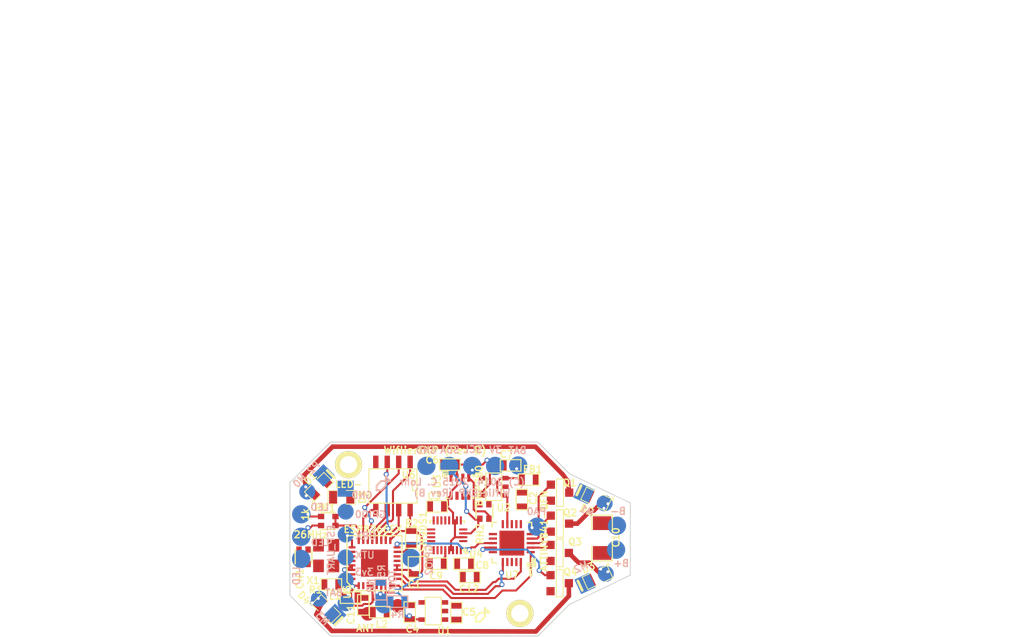
<source format=kicad_pcb>

(kicad_pcb
  (version 3)
  (host pcbnew "(2013-jul-07)-stable")
  (general
    (links 156)
    (no_connects 0)
    (area 13.12418 13.081 126.399728 71.257716)
    (thickness 1.6)
    (drawings 45)
    (tracks 834)
    (zones 0)
    (modules 61)
    (nets 42))
  (page User 139.7 106.68)
  (title_block
    (title Wiflier)
    (rev B)
    (company "Copyright 2015 <>< Charles Lohr"))
  (layers
    (15 F.Cu signal)
    (0 B.Cu signal)
    (16 B.Adhes user)
    (17 F.Adhes user)
    (18 B.Paste user)
    (19 F.Paste user)
    (20 B.SilkS user)
    (21 F.SilkS user)
    (22 B.Mask user)
    (23 F.Mask user)
    (24 Dwgs.User user)
    (25 Cmts.User user)
    (26 Eco1.User user)
    (27 Eco2.User user)
    (28 Edge.Cuts user))
  (setup
    (last_trace_width 0.2286)
    (trace_clearance 0.19812)
    (zone_clearance 0.254)
    (zone_45_only no)
    (trace_min 0.01778)
    (segment_width 0.2)
    (edge_width 0.1)
    (via_size 0.5588)
    (via_drill 0.3302)
    (via_min_size 0.5588)
    (via_min_drill 0.2032)
    (uvia_size 0.508)
    (uvia_drill 0.127)
    (uvias_allowed no)
    (uvia_min_size 0.01778)
    (uvia_min_drill 0.127)
    (pcb_text_width 0.3)
    (pcb_text_size 1.5 1.5)
    (mod_edge_width 0.15)
    (mod_text_size 0.762 0.762)
    (mod_text_width 0.1524)
    (pad_size 1.5 1.5)
    (pad_drill 0)
    (pad_to_mask_clearance 0.06858)
    (aux_axis_origin 0 0)
    (visible_elements FFFFFFFF)
    (pcbplotparams
      (layerselection 318275585)
      (usegerberextensions true)
      (excludeedgelayer false)
      (linewidth 0.15)
      (plotframeref false)
      (viasonmask false)
      (mode 1)
      (useauxorigin false)
      (hpglpennumber 1)
      (hpglpenspeed 20)
      (hpglpendiameter 15)
      (hpglpenoverlay 2)
      (psnegative false)
      (psa4output false)
      (plotreference true)
      (plotvalue true)
      (plotothertext true)
      (plotinvisibletext false)
      (padsonsilk false)
      (subtractmaskfromsilk false)
      (outputformat 1)
      (mirror false)
      (drillshape 0)
      (scaleselection 1)
      (outputdirectory wiflierEXPB)))
  (net 0 "")
  (net 1 +3.3V)
  (net 2 +3.3VP)
  (net 3 +BATT)
  (net 4 AVRMISO)
  (net 5 AVRMOSI)
  (net 6 AVRRST)
  (net 7 AVRSCK)
  (net 8 GND)
  (net 9 GP5)
  (net 10 GPIO0)
  (net 11 GPIO2)
  (net 12 M0P)
  (net 13 M1P)
  (net 14 M2P)
  (net 15 M3P)
  (net 16 MTR0)
  (net 17 MTR1)
  (net 18 MTR2)
  (net 19 MTR3)
  (net 20 N-0000020)
  (net 21 N-0000021)
  (net 22 N-000003)
  (net 23 N-0000040)
  (net 24 N-0000041)
  (net 25 N-0000043)
  (net 26 N-0000044)
  (net 27 N-0000047)
  (net 28 N-0000048)
  (net 29 N-0000052)
  (net 30 N-0000053)
  (net 31 N-0000054)
  (net 32 N-0000055)
  (net 33 N-000006)
  (net 34 N-000007)
  (net 35 N-000008)
  (net 36 SCL)
  (net 37 SDA)
  (net 38 TOUT)
  (net 39 URX)
  (net 40 UTX)
  (net 41 VAA)
  (net_class Default "This is the default net class."
    (clearance 0.19812)
    (trace_width 0.2286)
    (via_dia 0.5588)
    (via_drill 0.3302)
    (uvia_dia 0.508)
    (uvia_drill 0.127)
    (add_net "")
    (add_net +3.3V)
    (add_net +3.3VP)
    (add_net +BATT)
    (add_net AVRMISO)
    (add_net AVRMOSI)
    (add_net AVRRST)
    (add_net AVRSCK)
    (add_net GND)
    (add_net GP5)
    (add_net GPIO0)
    (add_net GPIO2)
    (add_net MTR0)
    (add_net MTR1)
    (add_net MTR2)
    (add_net MTR3)
    (add_net N-0000020)
    (add_net N-0000021)
    (add_net N-000003)
    (add_net N-0000040)
    (add_net N-0000041)
    (add_net N-0000043)
    (add_net N-0000044)
    (add_net N-0000047)
    (add_net N-0000048)
    (add_net N-0000052)
    (add_net N-0000053)
    (add_net N-0000054)
    (add_net N-0000055)
    (add_net N-000006)
    (add_net N-000007)
    (add_net N-000008)
    (add_net SCL)
    (add_net SDA)
    (add_net TOUT)
    (add_net URX)
    (add_net UTX)
    (add_net VAA))
  (net_class MP ""
    (clearance 0.2286)
    (trace_width 0.508)
    (via_dia 0.5588)
    (via_drill 0.3302)
    (uvia_dia 0.508)
    (uvia_drill 0.127)
    (add_net M0P)
    (add_net M1P)
    (add_net M2P)
    (add_net M3P))
  (module QFN20
    (layer F.Cu)
    (tedit 558B0481)
    (tstamp 54D2AE15)
    (at 70.0532 60.3758 180)
    (path /54D2AD06)
    (fp_text reference U7
      (at -0.0127 -3.5306 180)
      (layer F.SilkS)
      (effects
        (font
          (size 0.762 0.762)
          (thickness 0.1524))))
    (fp_text value ATTINY841-QFN
      (at -3.58648 1.34366 270)
      (layer F.SilkS)
      (effects
        (font
          (size 0.762 0.762)
          (thickness 0.1524))))
    (fp_line
      (start -1.7 -2.6)
      (end -2.6 -2.6)
      (layer F.SilkS)
      (width 0.15))
    (fp_line
      (start -2.6 -2.6)
      (end -2.6 -1.7)
      (layer F.SilkS)
      (width 0.15))
    (fp_line
      (start -1.7 -2.4)
      (end -1.8 -2.4)
      (layer F.SilkS)
      (width 0.15))
    (fp_line
      (start -2.4 -1.7)
      (end -2.4 -2.4)
      (layer F.SilkS)
      (width 0.15))
    (fp_line
      (start -2.4 -2.4)
      (end -1.8 -2.4)
      (layer F.SilkS)
      (width 0.15))
    (fp_line
      (start -2.2 1.8)
      (end -2.2 2.3)
      (layer F.SilkS)
      (width 0.15))
    (fp_line
      (start -2.2 2.3)
      (end -1.7 2.3)
      (layer F.SilkS)
      (width 0.15))
    (fp_line
      (start 2.2 2.3)
      (end 1.7 2.3)
      (layer F.SilkS)
      (width 0.15))
    (fp_line
      (start 2.2 2.3)
      (end 2.2 1.8)
      (layer F.SilkS)
      (width 0.15))
    (fp_line
      (start 1.7 -2.2)
      (end 2.2 -2.2)
      (layer F.SilkS)
      (width 0.15))
    (fp_line
      (start 2.2 -2.2)
      (end 2.2 -1.7)
      (layer F.SilkS)
      (width 0.15))
    (fp_line
      (start -2.2 -2.2)
      (end -2.2 -1.7)
      (layer F.SilkS)
      (width 0.15))
    (fp_line
      (start -2.2 -2.2)
      (end -1.7 -2.2)
      (layer F.SilkS)
      (width 0.15))
    (pad 21 smd rect
      (at 0 0 180)
      (size 2.75 2.75)
      (layers F.Cu F.Paste F.Mask))
    (pad 1 smd rect
      (at -2.1 -1 180)
      (size 0.9 0.25)
      (layers F.Cu F.Paste F.Mask)
      (net 7 AVRSCK))
    (pad 2 smd rect
      (at -2.1 -0.5 180)
      (size 0.9 0.25)
      (layers F.Cu F.Paste F.Mask)
      (net 18 MTR2))
    (pad 3 smd rect
      (at -2.1 0 180)
      (size 0.9 0.25)
      (layers F.Cu F.Paste F.Mask)
      (net 17 MTR1))
    (pad 4 smd rect
      (at -2.1 0.5 180)
      (size 0.9 0.25)
      (layers F.Cu F.Paste F.Mask)
      (net 16 MTR0))
    (pad 5 smd rect
      (at -2.1 1 180)
      (size 0.9 0.25)
      (layers F.Cu F.Paste F.Mask)
      (net 22 N-000003))
    (pad 6 smd rect
      (at -1 2.1 270)
      (size 0.9 0.25)
      (layers F.Cu F.Paste F.Mask))
    (pad 7 smd rect
      (at -0.5 2.1 270)
      (size 0.9 0.25)
      (layers F.Cu F.Paste F.Mask))
    (pad 8 smd rect
      (at 0 2.1 270)
      (size 0.9 0.25)
      (layers F.Cu F.Paste F.Mask))
    (pad 9 smd rect
      (at 0.5 2.1 270)
      (size 0.9 0.25)
      (layers F.Cu F.Paste F.Mask)
      (net 41 VAA))
    (pad 10 smd rect
      (at 1 2.1 270)
      (size 0.9 0.25)
      (layers F.Cu F.Paste F.Mask))
    (pad 11 smd rect
      (at 2.1 1)
      (size 0.9 0.25)
      (layers F.Cu F.Paste F.Mask))
    (pad 12 smd rect
      (at 2.1 0.5)
      (size 0.9 0.25)
      (layers F.Cu F.Paste F.Mask))
    (pad 13 smd rect
      (at 2.1 0)
      (size 0.9 0.25)
      (layers F.Cu F.Paste F.Mask)
      (net 6 AVRRST))
    (pad 14 smd rect
      (at 2.1 -0.5)
      (size 0.9 0.25)
      (layers F.Cu F.Paste F.Mask)
      (net 19 MTR3))
    (pad 15 smd rect
      (at 2.1 -1)
      (size 0.9 0.25)
      (layers F.Cu F.Paste F.Mask))
    (pad 16 smd rect
      (at 1 -2.1 90)
      (size 0.9 0.25)
      (layers F.Cu F.Paste F.Mask)
      (net 5 AVRMOSI))
    (pad 17 smd rect
      (at 0.5 -2.1 90)
      (size 0.9 0.25)
      (layers F.Cu F.Paste F.Mask))
    (pad 18 smd rect
      (at 0 -2.1 90)
      (size 0.9 0.25)
      (layers F.Cu F.Paste F.Mask))
    (pad 19 smd rect
      (at -0.5 -2.1 90)
      (size 0.9 0.25)
      (layers F.Cu F.Paste F.Mask))
    (pad 20 smd rect
      (at -1 -2.1 90)
      (size 0.9 0.25)
      (layers F.Cu F.Paste F.Mask)
      (net 4 AVRMISO)))
  (module XTAL4P
    (layer F.Cu)
    (tedit 556F2137)
    (tstamp 54D42D43)
    (at 50.31486 60.61456 270)
    (path /54A196FB)
    (fp_text reference X1
      (at 3.90144 2.30886 360)
      (layer F.SilkS)
      (effects
        (font
          (size 0.762 0.762)
          (thickness 0.1524))))
    (fp_text value 26MHz
      (at -1.18094 2.56752 360)
      (layer F.SilkS)
      (effects
        (font
          (size 0.762 0.762)
          (thickness 0.1524))))
    (pad 4 smd rect
      (at 0 0 270)
      (size 1.397 1.1938)
      (layers F.Cu F.Paste F.Mask))
    (pad 1 smd rect
      (at 0 1.7018 270)
      (size 1.397 1.1938)
      (layers F.Cu F.Paste F.Mask))
    (pad 3 smd rect
      (at 2.286 1.7018 270)
      (size 1.397 1.1938)
      (layers F.Cu F.Paste F.Mask))
    (pad 2 smd rect
      (at 2.286 0 270)
      (size 1.397 1.1938)
      (layers F.Cu F.Paste F.Mask)))
  (module SOT23GDS
    (layer F.Cu)
    (tedit 54D38F9A)
    (tstamp 54D386EF)
    (at 75.3872 58.2168 90)
    (descr "Module CMS SOT23 Transistore EBC")
    (tags "CMS SOT")
    (path /54A1CC49)
    (attr smd)
    (fp_text reference Q2
      (at 1.1938 1.1176 180)
      (layer F.SilkS)
      (effects
        (font
          (size 0.762 0.762)
          (thickness 0.1524))))
    (fp_text value 7A_20V
      (at 0 0 90)
      (layer F.SilkS) hide
      (effects
        (font
          (size 0.762 0.762)
          (thickness 0.1524))))
    (fp_line
      (start -1.524 -0.381)
      (end 1.524 -0.381)
      (layer F.SilkS)
      (width 0.11938))
    (fp_line
      (start 1.524 -0.381)
      (end 1.524 0.381)
      (layer F.SilkS)
      (width 0.11938))
    (fp_line
      (start 1.524 0.381)
      (end -1.524 0.381)
      (layer F.SilkS)
      (width 0.11938))
    (fp_line
      (start -1.524 0.381)
      (end -1.524 -0.381)
      (layer F.SilkS)
      (width 0.11938))
    (pad S smd rect
      (at -0.889 -1.016 90)
      (size 0.9144 0.9144)
      (layers F.Cu F.Paste F.Mask))
    (pad G smd rect
      (at 0.889 -1.016 90)
      (size 0.9144 0.9144)
      (layers F.Cu F.Paste F.Mask)
      (net 17 MTR1))
    (pad D smd rect
      (at 0 1.016 90)
      (size 0.9144 0.9144)
      (layers F.Cu F.Paste F.Mask)
      (net 13 M1P))
    (model smd/cms_sot23.wrl
      (at
        (xyz 0 0 0))
      (scale
        (xyz 0.13 0.15 0.15))
      (rotate
        (xyz 0 0 0))))
  (module SOT23GDS
    (layer F.Cu)
    (tedit 54D38F9F)
    (tstamp 54A255A8)
    (at 75.39736 54.78272 90)
    (descr "Module CMS SOT23 Transistore EBC")
    (tags "CMS SOT")
    (path /54A1CC26)
    (attr smd)
    (fp_text reference Q1
      (at 1.08712 1.06934 180)
      (layer F.SilkS)
      (effects
        (font
          (size 0.762 0.762)
          (thickness 0.1524))))
    (fp_text value 7A_20V
      (at 0 0 90)
      (layer F.SilkS) hide
      (effects
        (font
          (size 0.762 0.762)
          (thickness 0.1524))))
    (fp_line
      (start -1.524 -0.381)
      (end 1.524 -0.381)
      (layer F.SilkS)
      (width 0.11938))
    (fp_line
      (start 1.524 -0.381)
      (end 1.524 0.381)
      (layer F.SilkS)
      (width 0.11938))
    (fp_line
      (start 1.524 0.381)
      (end -1.524 0.381)
      (layer F.SilkS)
      (width 0.11938))
    (fp_line
      (start -1.524 0.381)
      (end -1.524 -0.381)
      (layer F.SilkS)
      (width 0.11938))
    (pad S smd rect
      (at -0.889 -1.016 90)
      (size 0.9144 0.9144)
      (layers F.Cu F.Paste F.Mask))
    (pad G smd rect
      (at 0.889 -1.016 90)
      (size 0.9144 0.9144)
      (layers F.Cu F.Paste F.Mask)
      (net 16 MTR0))
    (pad D smd rect
      (at 0 1.016 90)
      (size 0.9144 0.9144)
      (layers F.Cu F.Paste F.Mask)
      (net 12 M0P))
    (model smd/cms_sot23.wrl
      (at
        (xyz 0 0 0))
      (scale
        (xyz 0.13 0.15 0.15))
      (rotate
        (xyz 0 0 0))))
  (module SOT23GDS
    (layer F.Cu)
    (tedit 556DF255)
    (tstamp 54D386E3)
    (at 75.3618 61.468 90)
    (descr "Module CMS SOT23 Transistore EBC")
    (tags "CMS SOT")
    (path /54A1CC7A)
    (attr smd)
    (fp_text reference Q3
      (at 1.2192 1.7018 180)
      (layer F.SilkS)
      (effects
        (font
          (size 0.762 0.762)
          (thickness 0.1524))))
    (fp_text value 7A_20V
      (at 0 0 90)
      (layer F.SilkS) hide
      (effects
        (font
          (size 0.762 0.762)
          (thickness 0.1524))))
    (fp_line
      (start -1.524 -0.381)
      (end 1.524 -0.381)
      (layer F.SilkS)
      (width 0.11938))
    (fp_line
      (start 1.524 -0.381)
      (end 1.524 0.381)
      (layer F.SilkS)
      (width 0.11938))
    (fp_line
      (start 1.524 0.381)
      (end -1.524 0.381)
      (layer F.SilkS)
      (width 0.11938))
    (fp_line
      (start -1.524 0.381)
      (end -1.524 -0.381)
      (layer F.SilkS)
      (width 0.11938))
    (pad S smd rect
      (at -0.889 -1.016 90)
      (size 0.9144 0.9144)
      (layers F.Cu F.Paste F.Mask))
    (pad G smd rect
      (at 0.889 -1.016 90)
      (size 0.9144 0.9144)
      (layers F.Cu F.Paste F.Mask)
      (net 18 MTR2))
    (pad D smd rect
      (at 0 1.016 90)
      (size 0.9144 0.9144)
      (layers F.Cu F.Paste F.Mask)
      (net 14 M2P))
    (model smd/cms_sot23.wrl
      (at
        (xyz 0 0 0))
      (scale
        (xyz 0.13 0.15 0.15))
      (rotate
        (xyz 0 0 0))))
  (module SOT23GDS
    (layer F.Cu)
    (tedit 54D38F98)
    (tstamp 54D386D7)
    (at 75.3618 64.8208 90)
    (descr "Module CMS SOT23 Transistore EBC")
    (tags "CMS SOT")
    (path /54A1CC80)
    (attr smd)
    (fp_text reference Q4
      (at 1.2192 1.1938 180)
      (layer F.SilkS)
      (effects
        (font
          (size 0.762 0.762)
          (thickness 0.1524))))
    (fp_text value 7A_20V
      (at 0 0 90)
      (layer F.SilkS) hide
      (effects
        (font
          (size 0.762 0.762)
          (thickness 0.1524))))
    (fp_line
      (start -1.524 -0.381)
      (end 1.524 -0.381)
      (layer F.SilkS)
      (width 0.11938))
    (fp_line
      (start 1.524 -0.381)
      (end 1.524 0.381)
      (layer F.SilkS)
      (width 0.11938))
    (fp_line
      (start 1.524 0.381)
      (end -1.524 0.381)
      (layer F.SilkS)
      (width 0.11938))
    (fp_line
      (start -1.524 0.381)
      (end -1.524 -0.381)
      (layer F.SilkS)
      (width 0.11938))
    (pad S smd rect
      (at -0.889 -1.016 90)
      (size 0.9144 0.9144)
      (layers F.Cu F.Paste F.Mask))
    (pad G smd rect
      (at 0.889 -1.016 90)
      (size 0.9144 0.9144)
      (layers F.Cu F.Paste F.Mask)
      (net 19 MTR3))
    (pad D smd rect
      (at 0 1.016 90)
      (size 0.9144 0.9144)
      (layers F.Cu F.Paste F.Mask)
      (net 15 M3P))
    (model smd/cms_sot23.wrl
      (at
        (xyz 0 0 0))
      (scale
        (xyz 0.13 0.15 0.15))
      (rotate
        (xyz 0 0 0))))
  (module SOT23-5
    (layer F.Cu)
    (tedit 558B04A7)
    (tstamp 54D44403)
    (at 68.0466 54.1274 90)
    (path /54A1BF25)
    (attr smd)
    (fp_text reference U2
      (at -2.3241 1.09982 180)
      (layer F.SilkS)
      (effects
        (font
          (size 0.762 0.762)
          (thickness 0.1524))))
    (fp_text value MCP1824/3.0
      (at 0 0 90)
      (layer F.SilkS) hide
      (effects
        (font
          (size 0.762 0.762)
          (thickness 0.1524))))
    (fp_line
      (start 1.524 -0.889)
      (end 1.524 0.889)
      (layer F.SilkS)
      (width 0.127))
    (fp_line
      (start 1.524 0.889)
      (end -1.524 0.889)
      (layer F.SilkS)
      (width 0.127))
    (fp_line
      (start -1.524 0.889)
      (end -1.524 -0.889)
      (layer F.SilkS)
      (width 0.127))
    (fp_line
      (start -1.524 -0.889)
      (end 1.524 -0.889)
      (layer F.SilkS)
      (width 0.127))
    (pad 1 smd rect
      (at -0.9525 1.27 90)
      (size 0.508 0.762)
      (layers F.Cu F.Paste F.Mask)
      (net 41 VAA))
    (pad 3 smd rect
      (at 0.9525 1.27 90)
      (size 0.508 0.762)
      (layers F.Cu F.Paste F.Mask)
      (net 41 VAA))
    (pad 5 smd rect
      (at -0.9525 -1.27 90)
      (size 0.508 0.762)
      (layers F.Cu F.Paste F.Mask)
      (net 2 +3.3VP))
    (pad 2 smd rect
      (at 0 1.27 90)
      (size 0.508 0.762)
      (layers F.Cu F.Paste F.Mask))
    (pad 4 smd rect
      (at 0.9525 -1.27 90)
      (size 0.508 0.762)
      (layers F.Cu F.Paste F.Mask))
    (model smd/SOT23_5.wrl
      (at
        (xyz 0 0 0))
      (scale
        (xyz 0.1 0.1 0.1))
      (rotate
        (xyz 0 0 0))))
  (module SOT23-5
    (layer F.Cu)
    (tedit 556F19BE)
    (tstamp 54A255D8)
    (at 61.34608 67.9069 90)
    (path /54A1AD3D)
    (attr smd)
    (fp_text reference U1
      (at -2.18186 1.21158 180)
      (layer F.SilkS)
      (effects
        (font
          (size 0.762 0.762)
          (thickness 0.1524))))
    (fp_text value MCP1824/3.3
      (at -2.12598 3.1877 180)
      (layer F.SilkS) hide
      (effects
        (font
          (size 0.762 0.762)
          (thickness 0.1524))))
    (fp_line
      (start 1.524 -0.889)
      (end 1.524 0.889)
      (layer F.SilkS)
      (width 0.127))
    (fp_line
      (start 1.524 0.889)
      (end -1.524 0.889)
      (layer F.SilkS)
      (width 0.127))
    (fp_line
      (start -1.524 0.889)
      (end -1.524 -0.889)
      (layer F.SilkS)
      (width 0.127))
    (fp_line
      (start -1.524 -0.889)
      (end 1.524 -0.889)
      (layer F.SilkS)
      (width 0.127))
    (pad 1 smd rect
      (at -0.9525 1.27 90)
      (size 0.508 0.762)
      (layers F.Cu F.Paste F.Mask))
    (pad 3 smd rect
      (at 0.9525 1.27 90)
      (size 0.508 0.762)
      (layers F.Cu F.Paste F.Mask))
    (pad 5 smd rect
      (at -0.9525 -1.27 90)
      (size 0.508 0.762)
      (layers F.Cu F.Paste F.Mask)
      (net 1 +3.3V))
    (pad 2 smd rect
      (at 0 1.27 90)
      (size 0.508 0.762)
      (layers F.Cu F.Paste F.Mask))
    (pad 4 smd rect
      (at 0.9525 -1.27 90)
      (size 0.508 0.762)
      (layers F.Cu F.Paste F.Mask))
    (model smd/SOT23_5.wrl
      (at
        (xyz 0 0 0))
      (scale
        (xyz 0.1 0.1 0.1))
      (rotate
        (xyz 0 0 0))))
  (module SO8E
    (layer F.Cu)
    (tedit 54D390E3)
    (tstamp 54A255EC)
    (at 56.8706 54.04358 180)
    (descr "module CMS SOJ 8 pins etroit")
    (tags "CMS SOJ")
    (path /54A19351)
    (attr smd)
    (fp_text reference U6
      (at -1.7421 1.2237 180)
      (layer F.SilkS)
      (effects
        (font
          (size 0.762 0.762)
          (thickness 0.1524))))
    (fp_text value W25Q16DV
      (at -0.38356 0.189 180)
      (layer F.SilkS) hide
      (effects
        (font
          (size 0.762 0.762)
          (thickness 0.1524))))
    (fp_line
      (start -2.667 1.778)
      (end -2.667 1.905)
      (layer F.SilkS)
      (width 0.127))
    (fp_line
      (start -2.667 1.905)
      (end 2.667 1.905)
      (layer F.SilkS)
      (width 0.127))
    (fp_line
      (start 2.667 -1.905)
      (end -2.667 -1.905)
      (layer F.SilkS)
      (width 0.127))
    (fp_line
      (start -2.667 -1.905)
      (end -2.667 1.778)
      (layer F.SilkS)
      (width 0.127))
    (fp_line
      (start -2.667 -0.508)
      (end -2.159 -0.508)
      (layer F.SilkS)
      (width 0.127))
    (fp_line
      (start -2.159 -0.508)
      (end -2.159 0.508)
      (layer F.SilkS)
      (width 0.127))
    (fp_line
      (start -2.159 0.508)
      (end -2.667 0.508)
      (layer F.SilkS)
      (width 0.127))
    (fp_line
      (start 2.667 -1.905)
      (end 2.667 1.905)
      (layer F.SilkS)
      (width 0.127))
    (pad 8 smd rect
      (at -1.905 -2.667 180)
      (size 0.59944 1.39954)
      (layers F.Cu F.Paste F.Mask)
      (net 1 +3.3V))
    (pad 1 smd rect
      (at -1.905 2.667 180)
      (size 0.59944 1.39954)
      (layers F.Cu F.Paste F.Mask)
      (net 25 N-0000043))
    (pad 7 smd rect
      (at -0.635 -2.667 180)
      (size 0.59944 1.39954)
      (layers F.Cu F.Paste F.Mask)
      (net 31 N-0000054))
    (pad 6 smd rect
      (at 0.635 -2.667 180)
      (size 0.59944 1.39954)
      (layers F.Cu F.Paste F.Mask)
      (net 26 N-0000044))
    (pad 5 smd rect
      (at 1.905 -2.667 180)
      (size 0.59944 1.39954)
      (layers F.Cu F.Paste F.Mask)
      (net 28 N-0000048))
    (pad 2 smd rect
      (at -0.635 2.667 180)
      (size 0.59944 1.39954)
      (layers F.Cu F.Paste F.Mask)
      (net 27 N-0000047))
    (pad 3 smd rect
      (at 0.635 2.667 180)
      (size 0.59944 1.39954)
      (layers F.Cu F.Paste F.Mask)
      (net 30 N-0000053))
    (pad 4 smd rect
      (at 1.905 2.667 180)
      (size 0.59944 1.39954)
      (layers F.Cu F.Paste F.Mask))
    (model smd/cms_so8.wrl
      (at
        (xyz 0 0 0))
      (scale
        (xyz 0.5 0.32 0.5))
      (rotate
        (xyz 0 0 0))))
  (module SM1206
    (layer F.Cu)
    (tedit 54A2F60C)
    (tstamp 54A255F8)
    (at 80.0608 59.817 90)
    (path /54A1B79D)
    (attr smd)
    (fp_text reference C10
      (at 0.071 1.5352 90)
      (layer F.SilkS)
      (effects
        (font
          (size 0.762 0.762)
          (thickness 0.1524))))
    (fp_text value 100uF
      (at 0 0 90)
      (layer F.SilkS) hide
      (effects
        (font
          (size 0.762 0.762)
          (thickness 0.1524))))
    (fp_line
      (start -2.54 -1.143)
      (end -2.54 1.143)
      (layer F.SilkS)
      (width 0.127))
    (fp_line
      (start -2.54 1.143)
      (end -0.889 1.143)
      (layer F.SilkS)
      (width 0.127))
    (fp_line
      (start 0.889 -1.143)
      (end 2.54 -1.143)
      (layer F.SilkS)
      (width 0.127))
    (fp_line
      (start 2.54 -1.143)
      (end 2.54 1.143)
      (layer F.SilkS)
      (width 0.127))
    (fp_line
      (start 2.54 1.143)
      (end 0.889 1.143)
      (layer F.SilkS)
      (width 0.127))
    (fp_line
      (start -0.889 -1.143)
      (end -2.54 -1.143)
      (layer F.SilkS)
      (width 0.127))
    (pad 1 smd rect
      (at -1.651 0 90)
      (size 1.524 2.032)
      (layers F.Cu F.Paste F.Mask))
    (pad 2 smd rect
      (at 1.651 0 90)
      (size 1.524 2.032)
      (layers F.Cu F.Paste F.Mask))
    (model smd/chip_cms.wrl
      (at
        (xyz 0 0 0))
      (scale
        (xyz 0.17 0.16 0.16))
      (rotate
        (xyz 0 0 0))))
  (module SM0603
    (layer F.Cu)
    (tedit 558B0BCB)
    (tstamp 55886C5C)
    (at 55.40502 68.03898)
    (path /54A24CA4)
    (attr smd)
    (fp_text reference L2
      (at 0.22606 1.33096)
      (layer F.SilkS)
      (effects
        (font
          (size 0.762 0.762)
          (thickness 0.1524))))
    (fp_text value NP
      (at 0 0)
      (layer F.SilkS) hide
      (effects
        (font
          (size 0.762 0.762)
          (thickness 0.1524))))
    (fp_line
      (start -1.143 -0.635)
      (end 1.143 -0.635)
      (layer F.SilkS)
      (width 0.127))
    (fp_line
      (start 1.143 -0.635)
      (end 1.143 0.635)
      (layer F.SilkS)
      (width 0.127))
    (fp_line
      (start 1.143 0.635)
      (end -1.143 0.635)
      (layer F.SilkS)
      (width 0.127))
    (fp_line
      (start -1.143 0.635)
      (end -1.143 -0.635)
      (layer F.SilkS)
      (width 0.127))
    (pad 1 smd rect
      (at -0.762 0)
      (size 0.635 1.143)
      (layers F.Cu F.Paste F.Mask))
    (pad 2 smd rect
      (at 0.762 0)
      (size 0.635 1.143)
      (layers F.Cu F.Paste F.Mask))
    (model smd\resistors\R0603.wrl
      (at
        (xyz 0 0 0.001))
      (scale
        (xyz 0.5 0.5 0.5))
      (rotate
        (xyz 0 0 0))))
  (module SM0603
    (layer F.Cu)
    (tedit 558B047F)
    (tstamp 54A2562C)
    (at 64.75476 62.66688 180)
    (path /54A1C074)
    (attr smd)
    (fp_text reference C8
      (at -2.0193 -0.1651 180)
      (layer F.SilkS)
      (effects
        (font
          (size 0.762 0.762)
          (thickness 0.1524))))
    (fp_text value .1u
      (at 0 0 180)
      (layer F.SilkS) hide
      (effects
        (font
          (size 0.762 0.762)
          (thickness 0.1524))))
    (fp_line
      (start -1.143 -0.635)
      (end 1.143 -0.635)
      (layer F.SilkS)
      (width 0.127))
    (fp_line
      (start 1.143 -0.635)
      (end 1.143 0.635)
      (layer F.SilkS)
      (width 0.127))
    (fp_line
      (start 1.143 0.635)
      (end -1.143 0.635)
      (layer F.SilkS)
      (width 0.127))
    (fp_line
      (start -1.143 0.635)
      (end -1.143 -0.635)
      (layer F.SilkS)
      (width 0.127))
    (pad 1 smd rect
      (at -0.762 0 180)
      (size 0.635 1.143)
      (layers F.Cu F.Paste F.Mask))
    (pad 2 smd rect
      (at 0.762 0 180)
      (size 0.635 1.143)
      (layers F.Cu F.Paste F.Mask))
    (model smd\resistors\R0603.wrl
      (at
        (xyz 0 0 0.001))
      (scale
        (xyz 0.5 0.5 0.5))
      (rotate
        (xyz 0 0 0))))
  (module SM0603
    (layer F.Cu)
    (tedit 558B0483)
    (tstamp 54A25640)
    (at 61.73216 62.65672)
    (path /54A1B986)
    (attr smd)
    (fp_text reference C9
      (at -0.0889 1.35128)
      (layer F.SilkS)
      (effects
        (font
          (size 0.762 0.762)
          (thickness 0.1524))))
    (fp_text value 10nF
      (at 0 0)
      (layer F.SilkS) hide
      (effects
        (font
          (size 0.762 0.762)
          (thickness 0.1524))))
    (fp_line
      (start -1.143 -0.635)
      (end 1.143 -0.635)
      (layer F.SilkS)
      (width 0.127))
    (fp_line
      (start 1.143 -0.635)
      (end 1.143 0.635)
      (layer F.SilkS)
      (width 0.127))
    (fp_line
      (start 1.143 0.635)
      (end -1.143 0.635)
      (layer F.SilkS)
      (width 0.127))
    (fp_line
      (start -1.143 0.635)
      (end -1.143 -0.635)
      (layer F.SilkS)
      (width 0.127))
    (pad 1 smd rect
      (at -0.762 0)
      (size 0.635 1.143)
      (layers F.Cu F.Paste F.Mask))
    (pad 2 smd rect
      (at 0.762 0)
      (size 0.635 1.143)
      (layers F.Cu F.Paste F.Mask)
      (net 35 N-000008))
    (model smd\resistors\R0603.wrl
      (at
        (xyz 0 0 0.001))
      (scale
        (xyz 0.5 0.5 0.5))
      (rotate
        (xyz 0 0 0))))
  (module SM0603
    (layer F.Cu)
    (tedit 558B0498)
    (tstamp 54A25654)
    (at 63.19012 51.66868 180)
    (path /54A1CC50)
    (attr smd)
    (fp_text reference C6
      (at 1.97104 0.508 180)
      (layer F.SilkS)
      (effects
        (font
          (size 0.762 0.762)
          (thickness 0.1524))))
    (fp_text value .1u
      (at 0 0 180)
      (layer F.SilkS) hide
      (effects
        (font
          (size 0.762 0.762)
          (thickness 0.1524))))
    (fp_line
      (start -1.143 -0.635)
      (end 1.143 -0.635)
      (layer F.SilkS)
      (width 0.127))
    (fp_line
      (start 1.143 -0.635)
      (end 1.143 0.635)
      (layer F.SilkS)
      (width 0.127))
    (fp_line
      (start 1.143 0.635)
      (end -1.143 0.635)
      (layer F.SilkS)
      (width 0.127))
    (fp_line
      (start -1.143 0.635)
      (end -1.143 -0.635)
      (layer F.SilkS)
      (width 0.127))
    (pad 1 smd rect
      (at -0.762 0 180)
      (size 0.635 1.143)
      (layers F.Cu F.Paste F.Mask)
      (net 2 +3.3VP))
    (pad 2 smd rect
      (at 0.762 0 180)
      (size 0.635 1.143)
      (layers F.Cu F.Paste F.Mask))
    (model smd\resistors\R0603.wrl
      (at
        (xyz 0 0 0.001))
      (scale
        (xyz 0.5 0.5 0.5))
      (rotate
        (xyz 0 0 0))))
  (module SM0603
    (layer F.Cu)
    (tedit 558B048D)
    (tstamp 54A25668)
    (at 61.75756 56.30418 180)
    (path /54A1BF47)
    (attr smd)
    (fp_text reference C3
      (at 0.33274 1.15062 180)
      (layer F.SilkS)
      (effects
        (font
          (size 0.762 0.762)
          (thickness 0.1524))))
    (fp_text value 10uF
      (at 0 0 180)
      (layer F.SilkS) hide
      (effects
        (font
          (size 0.762 0.762)
          (thickness 0.1524))))
    (fp_line
      (start -1.143 -0.635)
      (end 1.143 -0.635)
      (layer F.SilkS)
      (width 0.127))
    (fp_line
      (start 1.143 -0.635)
      (end 1.143 0.635)
      (layer F.SilkS)
      (width 0.127))
    (fp_line
      (start 1.143 0.635)
      (end -1.143 0.635)
      (layer F.SilkS)
      (width 0.127))
    (fp_line
      (start -1.143 0.635)
      (end -1.143 -0.635)
      (layer F.SilkS)
      (width 0.127))
    (pad 1 smd rect
      (at -0.762 0 180)
      (size 0.635 1.143)
      (layers F.Cu F.Paste F.Mask))
    (pad 2 smd rect
      (at 0.762 0 180)
      (size 0.635 1.143)
      (layers F.Cu F.Paste F.Mask))
    (model smd\resistors\R0603.wrl
      (at
        (xyz 0 0 0.001))
      (scale
        (xyz 0.5 0.5 0.5))
      (rotate
        (xyz 0 0 0))))
  (module SM0603
    (layer F.Cu)
    (tedit 558B0BD7)
    (tstamp 54D42CF6)
    (at 52.16652 66.42354 180)
    (path /54A24F6F)
    (attr smd)
    (fp_text reference L1
      (at 1.72466 0.18542 180)
      (layer F.SilkS)
      (effects
        (font
          (size 0.762 0.762)
          (thickness 0.1524))))
    (fp_text value NP
      (at -0.15494 -1.02108 180)
      (layer F.SilkS) hide
      (effects
        (font
          (size 0.762 0.762)
          (thickness 0.1524))))
    (fp_line
      (start -1.143 -0.635)
      (end 1.143 -0.635)
      (layer F.SilkS)
      (width 0.127))
    (fp_line
      (start 1.143 -0.635)
      (end 1.143 0.635)
      (layer F.SilkS)
      (width 0.127))
    (fp_line
      (start 1.143 0.635)
      (end -1.143 0.635)
      (layer F.SilkS)
      (width 0.127))
    (fp_line
      (start -1.143 0.635)
      (end -1.143 -0.635)
      (layer F.SilkS)
      (width 0.127))
    (pad 1 smd rect
      (at -0.762 0 180)
      (size 0.635 1.143)
      (layers F.Cu F.Paste F.Mask)
      (net 20 N-0000020))
    (pad 2 smd rect
      (at 0.762 0 180)
      (size 0.635 1.143)
      (layers F.Cu F.Paste F.Mask))
    (model smd\resistors\R0603.wrl
      (at
        (xyz 0 0 0.001))
      (scale
        (xyz 0.5 0.5 0.5))
      (rotate
        (xyz 0 0 0))))
  (module SM0603
    (layer F.Cu)
    (tedit 556F19B5)
    (tstamp 54A2567C)
    (at 59.19978 63.03772 90)
    (path /54A1B797)
    (attr smd)
    (fp_text reference C1
      (at -1.89484 0.04318 180)
      (layer F.SilkS)
      (effects
        (font
          (size 0.762 0.762)
          (thickness 0.1524))))
    (fp_text value 10uF
      (at 0 0 90)
      (layer F.SilkS) hide
      (effects
        (font
          (size 0.762 0.762)
          (thickness 0.1524))))
    (fp_line
      (start -1.143 -0.635)
      (end 1.143 -0.635)
      (layer F.SilkS)
      (width 0.127))
    (fp_line
      (start 1.143 -0.635)
      (end 1.143 0.635)
      (layer F.SilkS)
      (width 0.127))
    (fp_line
      (start 1.143 0.635)
      (end -1.143 0.635)
      (layer F.SilkS)
      (width 0.127))
    (fp_line
      (start -1.143 0.635)
      (end -1.143 -0.635)
      (layer F.SilkS)
      (width 0.127))
    (pad 1 smd rect
      (at -0.762 0 90)
      (size 0.635 1.143)
      (layers F.Cu F.Paste F.Mask)
      (net 1 +3.3V))
    (pad 2 smd rect
      (at 0.762 0 90)
      (size 0.635 1.143)
      (layers F.Cu F.Paste F.Mask))
    (model smd\resistors\R0603.wrl
      (at
        (xyz 0 0 0.001))
      (scale
        (xyz 0.5 0.5 0.5))
      (rotate
        (xyz 0 0 0))))
  (module SM0603
    (layer F.Cu)
    (tedit 558B04A3)
    (tstamp 54A25686)
    (at 71.17334 55.54472 270)
    (path /54A1B774)
    (attr smd)
    (fp_text reference C2
      (at -0.14224 -1.26238 270)
      (layer F.SilkS)
      (effects
        (font
          (size 0.762 0.762)
          (thickness 0.1524))))
    (fp_text value 10uF
      (at 0 0 270)
      (layer F.SilkS) hide
      (effects
        (font
          (size 0.762 0.762)
          (thickness 0.1524))))
    (fp_line
      (start -1.143 -0.635)
      (end 1.143 -0.635)
      (layer F.SilkS)
      (width 0.127))
    (fp_line
      (start 1.143 -0.635)
      (end 1.143 0.635)
      (layer F.SilkS)
      (width 0.127))
    (fp_line
      (start 1.143 0.635)
      (end -1.143 0.635)
      (layer F.SilkS)
      (width 0.127))
    (fp_line
      (start -1.143 0.635)
      (end -1.143 -0.635)
      (layer F.SilkS)
      (width 0.127))
    (pad 1 smd rect
      (at -0.762 0 270)
      (size 0.635 1.143)
      (layers F.Cu F.Paste F.Mask))
    (pad 2 smd rect
      (at 0.762 0 270)
      (size 0.635 1.143)
      (layers F.Cu F.Paste F.Mask))
    (model smd\resistors\R0603.wrl
      (at
        (xyz 0 0 0.001))
      (scale
        (xyz 0.5 0.5 0.5))
      (rotate
        (xyz 0 0 0))))
  (module SM0603
    (layer F.Cu)
    (tedit 558B0CC3)
    (tstamp 54D42D1E)
    (at 53.57622 67.22364 270)
    (path /54A249DB)
    (attr smd)
    (fp_text reference C11
      (at 1.05918 1.3716 270)
      (layer F.SilkS)
      (effects
        (font
          (size 0.762 0.762)
          (thickness 0.1524))))
    (fp_text value 5.6pF
      (at 0 0 270)
      (layer F.SilkS) hide
      (effects
        (font
          (size 0.762 0.762)
          (thickness 0.1524))))
    (fp_line
      (start -1.143 -0.635)
      (end 1.143 -0.635)
      (layer F.SilkS)
      (width 0.127))
    (fp_line
      (start 1.143 -0.635)
      (end 1.143 0.635)
      (layer F.SilkS)
      (width 0.127))
    (fp_line
      (start 1.143 0.635)
      (end -1.143 0.635)
      (layer F.SilkS)
      (width 0.127))
    (fp_line
      (start -1.143 0.635)
      (end -1.143 -0.635)
      (layer F.SilkS)
      (width 0.127))
    (pad 1 smd rect
      (at -0.762 0 270)
      (size 0.635 1.143)
      (layers F.Cu F.Paste F.Mask)
      (net 20 N-0000020))
    (pad 2 smd rect
      (at 0.762 0 270)
      (size 0.635 1.143)
      (layers F.Cu F.Paste F.Mask))
    (model smd\resistors\R0603.wrl
      (at
        (xyz 0 0 0.001))
      (scale
        (xyz 0.5 0.5 0.5))
      (rotate
        (xyz 0 0 0))))
  (module QFN32
    (layer F.Cu)
    (tedit 556F2142)
    (tstamp 54D44445)
    (at 54.8237 62.5972 90)
    (descr "Support CMS Plcc 32 pins")
    (tags "CMS Plcc")
    (path /54A176B1)
    (attr smd)
    (fp_text reference U5
      (at -3.19388 -3.01024 90)
      (layer F.SilkS)
      (effects
        (font
          (size 0.762 0.762)
          (thickness 0.1524))))
    (fp_text value ESP8266EX
      (at 3.74032 -0.17306 180)
      (layer F.SilkS)
      (effects
        (font
          (size 0.762 0.762)
          (thickness 0.1524))))
    (fp_line
      (start -2.0955 -3.048)
      (end 2.0955 -3.048)
      (layer F.SilkS)
      (width 0.1524))
    (fp_line
      (start 2.0955 -3.048)
      (end 3.048 -3.048)
      (layer F.SilkS)
      (width 0.1524))
    (fp_line
      (start 3.048 -3.048)
      (end 3.048 3.048)
      (layer F.SilkS)
      (width 0.1524))
    (fp_line
      (start 3.048 3.048)
      (end -3.048 3.048)
      (layer F.SilkS)
      (width 0.1524))
    (fp_line
      (start -3.048 3.048)
      (end -3.048 -2.0955)
      (layer F.SilkS)
      (width 0.1524))
    (fp_line
      (start -3.048 -2.0955)
      (end -2.0955 -3.048)
      (layer F.SilkS)
      (width 0.1524))
    (pad 31 smd rect
      (at -1.24968 -2.49936 90)
      (size 0.254 0.762)
      (layers F.Cu F.Paste F.Mask))
    (pad 30 smd rect
      (at -0.7493 -2.49936 90)
      (size 0.254 0.762)
      (layers F.Cu F.Paste F.Mask)
      (net 1 +3.3V))
    (pad 29 smd rect
      (at -0.24892 -2.49936 90)
      (size 0.254 0.762)
      (layers F.Cu F.Paste F.Mask)
      (net 1 +3.3V))
    (pad 32 smd rect
      (at -1.75006 -2.49936 90)
      (size 0.254 0.762)
      (layers F.Cu F.Paste F.Mask))
    (pad 1 smd rect
      (at -2.49936 -1.75006 180)
      (size 0.254 0.762)
      (layers F.Cu F.Paste F.Mask)
      (net 1 +3.3V))
    (pad 2 smd rect
      (at -2.49936 -1.24968 180)
      (size 0.254 0.762)
      (layers F.Cu F.Paste F.Mask))
    (pad 3 smd rect
      (at -2.49936 -0.7493 180)
      (size 0.254 0.762)
      (layers F.Cu F.Paste F.Mask)
      (net 1 +3.3V))
    (pad 4 smd rect
      (at -2.49936 -0.24892 180)
      (size 0.254 0.762)
      (layers F.Cu F.Paste F.Mask)
      (net 1 +3.3V))
    (pad 5 smd rect
      (at -2.49936 0.24892 180)
      (size 0.254 0.762)
      (layers F.Cu F.Paste F.Mask))
    (pad 6 smd rect
      (at -2.49936 0.7493 180)
      (size 0.254 0.762)
      (layers F.Cu F.Paste F.Mask)
      (net 38 TOUT))
    (pad 7 smd rect
      (at -2.49936 1.24968 180)
      (size 0.254 0.762)
      (layers F.Cu F.Paste F.Mask)
      (net 1 +3.3V))
    (pad 8 smd rect
      (at -2.49936 1.75006 180)
      (size 0.254 0.762)
      (layers F.Cu F.Paste F.Mask)
      (net 7 AVRSCK))
    (pad 16 smd rect
      (at 1.75006 2.49936 90)
      (size 0.254 0.762)
      (layers F.Cu F.Paste F.Mask)
      (net 6 AVRRST))
    (pad 9 smd rect
      (at -1.75006 2.49936 90)
      (size 0.254 0.762)
      (layers F.Cu F.Paste F.Mask)
      (net 5 AVRMOSI))
    (pad 10 smd rect
      (at -1.24968 2.49936 90)
      (size 0.254 0.762)
      (layers F.Cu F.Paste F.Mask)
      (net 4 AVRMISO))
    (pad 11 smd rect
      (at -0.7493 2.49936 90)
      (size 0.254 0.762)
      (layers F.Cu F.Paste F.Mask)
      (net 1 +3.3V))
    (pad 12 smd rect
      (at -0.24892 2.49936 90)
      (size 0.254 0.762)
      (layers F.Cu F.Paste F.Mask)
      (net 1 +3.3V))
    (pad 13 smd rect
      (at 0.24892 2.49936 90)
      (size 0.254 0.762)
      (layers F.Cu F.Paste F.Mask))
    (pad 14 smd rect
      (at 0.7493 2.49936 90)
      (size 0.254 0.762)
      (layers F.Cu F.Paste F.Mask))
    (pad 15 smd rect
      (at 1.24968 2.49936 90)
      (size 0.254 0.762)
      (layers F.Cu F.Paste F.Mask)
      (net 10 GPIO0))
    (pad 17 smd rect
      (at 2.49936 1.75006 180)
      (size 0.254 0.762)
      (layers F.Cu F.Paste F.Mask)
      (net 1 +3.3V))
    (pad 18 smd rect
      (at 2.49936 1.24968 180)
      (size 0.254 0.762)
      (layers F.Cu F.Paste F.Mask)
      (net 31 N-0000054))
    (pad 19 smd rect
      (at 2.49936 0.7493 180)
      (size 0.254 0.762)
      (layers F.Cu F.Paste F.Mask)
      (net 30 N-0000053))
    (pad 20 smd rect
      (at 2.49936 0.24892 180)
      (size 0.254 0.762)
      (layers F.Cu F.Paste F.Mask)
      (net 25 N-0000043))
    (pad 21 smd rect
      (at 2.49936 -0.24892 180)
      (size 0.254 0.762)
      (layers F.Cu F.Paste F.Mask)
      (net 26 N-0000044))
    (pad 22 smd rect
      (at 2.49936 -0.7493 180)
      (size 0.254 0.762)
      (layers F.Cu F.Paste F.Mask)
      (net 27 N-0000047))
    (pad 23 smd rect
      (at 2.49936 -1.24968 180)
      (size 0.254 0.762)
      (layers F.Cu F.Paste F.Mask)
      (net 28 N-0000048))
    (pad 24 smd rect
      (at 2.49936 -1.75006 180)
      (size 0.254 0.762)
      (layers F.Cu F.Paste F.Mask)
      (net 9 GP5))
    (pad 25 smd rect
      (at 1.75006 -2.49936 90)
      (size 0.254 0.762)
      (layers F.Cu F.Paste F.Mask)
      (net 39 URX))
    (pad 26 smd rect
      (at 1.24968 -2.49936 90)
      (size 0.254 0.762)
      (layers F.Cu F.Paste F.Mask))
    (pad 27 smd rect
      (at 0.7493 -2.49936 90)
      (size 0.254 0.762)
      (layers F.Cu F.Paste F.Mask))
    (pad 28 smd rect
      (at 0.24892 -2.49936 90)
      (size 0.254 0.762)
      (layers F.Cu F.Paste F.Mask))
    (pad 33 smd rect
      (at 0 0 90)
      (size 2.99974 2.99974)
      (layers F.Cu F.Paste F.Mask)))
  (module NETWORK0606
    (layer F.Cu)
    (tedit 556F1881)
    (tstamp 54D42D34)
    (at 46.95444 61.89472 90)
    (path /54A1981C)
    (fp_text reference CN1
      (at -2.42824 -0.4191 90)
      (layer F.SilkS)
      (effects
        (font
          (size 0.762 0.762)
          (thickness 0.1524))))
    (fp_text value 10p
      (at -0.29972 1.5202 90)
      (layer F.SilkS) hide
      (effects
        (font
          (size 0.762 0.762)
          (thickness 0.1524))))
    (fp_line
      (start 0.8 -0.93)
      (end -0.8 -0.93)
      (layer F.SilkS)
      (width 0.15))
    (fp_line
      (start -0.78 0.93)
      (end 0.82 0.93)
      (layer F.SilkS)
      (width 0.15))
    (pad 1 smd rect
      (at -0.8 -0.5 90)
      (size 0.7 0.6)
      (layers F.Cu F.Paste F.Mask))
    (pad 2 smd rect
      (at 0.8 -0.5 90)
      (size 0.7 0.6)
      (layers F.Cu F.Paste F.Mask))
    (pad 3 smd rect
      (at -0.8 0.5 90)
      (size 0.7 0.6)
      (layers F.Cu F.Paste F.Mask))
    (pad 4 smd rect
      (at 0.8 0.5 90)
      (size 0.7 0.6)
      (layers F.Cu F.Paste F.Mask)))
  (module SMT_1x6
    (layer B.Cu)
    (tedit 556F2064)
    (tstamp 54A2569F)
    (at 51.6255 60.6933 270)
    (path /54A25539)
    (fp_text reference P32
      (at -4.258 -2.9909 270)
      (layer B.SilkS) hide
      (effects
        (font
          (size 0.762 0.762)
          (thickness 0.1524))
        (justify mirror)))
    (fp_text value ESP_UART
      (at 0.43434 1.61036 270)
      (layer B.SilkS)
      (effects
        (font
          (size 0.762 0.762)
          (thickness 0.1524))
        (justify mirror)))
    (pad 1 smd rect
      (at -6.35 0 270)
      (size 1.778 1.778)
      (layers B.Cu B.Paste B.Mask))
    (pad 2 smd circle
      (at -3.81 0 270)
      (size 1.778 1.778)
      (layers B.Cu B.Paste B.Mask))
    (pad 3 smd circle
      (at -1.27 0 270)
      (size 1.778 1.778)
      (layers B.Cu B.Paste B.Mask)
      (net 39 URX))
    (pad 4 smd circle
      (at 1.27 0 270)
      (size 1.778 1.778)
      (layers B.Cu B.Paste B.Mask))
    (pad 5 smd circle
      (at 3.81 0 270)
      (size 1.778 1.778)
      (layers B.Cu B.Paste B.Mask))
    (pad 6 smd circle
      (at 6.35 0 270)
      (size 1.778 1.778)
      (layers B.Cu B.Paste B.Mask)))
  (module .1SMTPIN
    (layer F.Cu)
    (tedit 558B0CB8)
    (tstamp 54A1C5F7)
    (at 54.08168 68.21424)
    (path /54A1DBF0)
    (fp_text reference P6
      (at 0 0)
      (layer F.SilkS) hide
      (effects
        (font
          (size 0.762 0.762)
          (thickness 0.1524))))
    (fp_text value ANT
      (at -0.26924 1.60782)
      (layer F.SilkS)
      (effects
        (font
          (size 0.762 0.762)
          (thickness 0.1524))))
    (pad 1 smd circle
      (at 0 0)
      (size 1.524 1.524)
      (layers F.Cu F.Paste F.Mask)))
  (module SMT_1x2
    (layer B.Cu)
    (tedit 5568BEC4)
    (tstamp 54A1CD00)
    (at 48.26508 53.76672 225)
    (path /54A1DE47)
    (fp_text reference P2
      (at -1.099183 1.390144 225)
      (layer B.SilkS)
      (effects
        (font
          (size 0.762 0.762)
          (thickness 0.1524))
        (justify mirror)))
    (fp_text value M0
      (at 1.003993 1.438637 225)
      (layer B.SilkS)
      (effects
        (font
          (size 0.762 0.762)
          (thickness 0.1524))
        (justify mirror)))
    (pad 1 smd rect
      (at -1.27 0 225)
      (size 1.778 1.778)
      (layers B.Cu B.Paste B.Mask))
    (pad 2 smd circle
      (at 1.27 0 225)
      (size 1.778 1.778)
      (layers B.Cu B.Paste B.Mask)))
  (module SMT_1x2
    (layer B.Cu)
    (tedit 558B171C)
    (tstamp 54A1CD06)
    (at 79.194 55.426 335)
    (path /54A1DE65)
    (fp_text reference P3
      (at -0.288904 1.476426 335)
      (layer B.SilkS) hide
      (effects
        (font
          (size 0.762 0.762)
          (thickness 0.1524))
        (justify mirror)))
    (fp_text value M1
      (at -0.155436 1.582343 335)
      (layer B.SilkS)
      (effects
        (font
          (size 0.762 0.762)
          (thickness 0.1524))
        (justify mirror)))
    (pad 1 smd rect
      (at -1.27 0 335)
      (size 1.778 1.778)
      (layers B.Cu B.Paste B.Mask))
    (pad 2 smd circle
      (at 1.27 0 335)
      (size 1.778 1.778)
      (layers B.Cu B.Paste B.Mask)))
  (module SMT_1x2
    (layer B.Cu)
    (tedit 54D42B73)
    (tstamp 54A1CD0C)
    (at 79.3242 64.3128 25)
    (path /54A1DE77)
    (fp_text reference P4
      (at -0.892123 -1.500602 25)
      (layer B.SilkS) hide
      (effects
        (font
          (size 0.762 0.762)
          (thickness 0.1524))
        (justify mirror)))
    (fp_text value M2
      (at -0.913549 -1.827285 25)
      (layer B.SilkS)
      (effects
        (font
          (size 0.762 0.762)
          (thickness 0.1524))
        (justify mirror)))
    (pad 1 smd rect
      (at -1.27 0 25)
      (size 1.778 1.778)
      (layers B.Cu B.Paste B.Mask))
    (pad 2 smd circle
      (at 1.27 0 25)
      (size 1.778 1.778)
      (layers B.Cu B.Paste B.Mask)))
  (module SMT_1x2
    (layer B.Cu)
    (tedit 5568B999)
    (tstamp 54D42D13)
    (at 49.55032 67.4497 135)
    (path /54A1DE89)
    (fp_text reference P5
      (at -3.349211 0.759645 135)
      (layer B.SilkS) hide
      (effects
        (font
          (size 0.762 0.762)
          (thickness 0.1524))
        (justify mirror)))
    (fp_text value M3
      (at -0.562164 -1.269808 135)
      (layer B.SilkS)
      (effects
        (font
          (size 0.762 0.762)
          (thickness 0.1524))
        (justify mirror)))
    (pad 1 smd rect
      (at -1.27 0 135)
      (size 1.778 1.778)
      (layers B.Cu B.Paste B.Mask))
    (pad 2 smd circle
      (at 1.27 0 135)
      (size 1.778 1.778)
      (layers B.Cu B.Paste B.Mask)))
  (module .1SMTPIN
    (layer B.Cu)
    (tedit 54D42B55)
    (tstamp 54A25783)
    (at 81.7118 58.4454)
    (path /54A20105)
    (fp_text reference P24
      (at 0.0038 -0.0609 90)
      (layer B.SilkS) hide
      (effects
        (font
          (size 0.762 0.762)
          (thickness 0.1524))
        (justify mirror)))
    (fp_text value B-
      (at 0.12192 -1.61036)
      (layer B.SilkS)
      (effects
        (font
          (size 0.762 0.762)
          (thickness 0.1524))
        (justify mirror)))
    (pad 1 smd circle
      (at 0 0)
      (size 2.032 2.032)
      (layers B.Cu B.Paste B.Mask)))
  (module .1SMTPIN
    (layer B.Cu)
    (tedit 54D42B59)
    (tstamp 54A2582B)
    (at 81.6102 61.1124)
    (path /54A200D8)
    (fp_text reference P21
      (at 0.6974 1.85538 270)
      (layer B.SilkS) hide
      (effects
        (font
          (size 0.762 0.762)
          (thickness 0.1524))
        (justify mirror)))
    (fp_text value B+
      (at 0.57912 1.50114)
      (layer B.SilkS)
      (effects
        (font
          (size 0.762 0.762)
          (thickness 0.1524))
        (justify mirror)))
    (pad 1 smd circle
      (at 0 0)
      (size 2.032 2.032)
      (layers B.Cu B.Paste B.Mask)))
  (module .1SMTPIN
    (layer B.Cu)
    (tedit 54D463F8)
    (tstamp 54A1CE58)
    (at 58.88736 62.03188)
    (path /54A1E197)
    (fp_text reference P1
      (at 0 0)
      (layer B.SilkS) hide
      (effects
        (font
          (size 0.762 0.762)
          (thickness 0.1524))
        (justify mirror)))
    (fp_text value GPIO2
      (at 1.97358 0.21844 90)
      (layer B.SilkS)
      (effects
        (font
          (size 0.762 0.762)
          (thickness 0.1524))
        (justify mirror)))
    (pad 1 smd circle
      (at 0 0)
      (size 2.032 2.032)
      (layers B.Cu B.Paste B.Mask)))
  (module HOLE-1.9MM
    (layer F.Cu)
    (tedit 54A2C2E9)
    (tstamp 54D44487)
    (at 51.944 51.676)
    (path /54A2C4ED)
    (fp_text reference P7
      (at 0 0)
      (layer F.SilkS) hide
      (effects
        (font
          (size 0.762 0.762)
          (thickness 0.1524))))
    (fp_text value ~
      (at 0 0)
      (layer F.SilkS) hide
      (effects
        (font
          (size 0.762 0.762)
          (thickness 0.1524))))
    (pad 1 thru_hole circle
      (at 0 0)
      (size 3 3)
      (drill 1.9)
      (layers *.Cu *.Mask F.SilkS)))
  (module HOLE-1.9MM
    (layer F.Cu)
    (tedit 54A2C2E9)
    (tstamp 54D442E6)
    (at 70.944 68.176)
    (path /54A2C4F3)
    (fp_text reference P8
      (at 0 0)
      (layer F.SilkS) hide
      (effects
        (font
          (size 0.762 0.762)
          (thickness 0.1524))))
    (fp_text value ~
      (at 0 0)
      (layer F.SilkS) hide
      (effects
        (font
          (size 0.762 0.762)
          (thickness 0.1524))))
    (pad 1 thru_hole circle
      (at 0 0)
      (size 3 3)
      (drill 1.9)
      (layers *.Cu *.Mask F.SilkS)))
  (module SM0603
    (layer F.Cu)
    (tedit 558B121C)
    (tstamp 558B106F)
    (at 58.72734 68.03136 90)
    (path /54A1B7A3)
    (attr smd)
    (fp_text reference C4
      (at -1.867966 0.298197 180)
      (layer F.SilkS)
      (effects
        (font
          (size 0.762 0.762)
          (thickness 0.1524))))
    (fp_text value 1uF
      (at 0 0 90)
      (layer F.SilkS) hide
      (effects
        (font
          (size 0.762 0.762)
          (thickness 0.1524))))
    (fp_line
      (start -1.143 -0.635)
      (end 1.143 -0.635)
      (layer F.SilkS)
      (width 0.127))
    (fp_line
      (start 1.143 -0.635)
      (end 1.143 0.635)
      (layer F.SilkS)
      (width 0.127))
    (fp_line
      (start 1.143 0.635)
      (end -1.143 0.635)
      (layer F.SilkS)
      (width 0.127))
    (fp_line
      (start -1.143 0.635)
      (end -1.143 -0.635)
      (layer F.SilkS)
      (width 0.127))
    (pad 1 smd rect
      (at -0.762 0 90)
      (size 0.635 1.143)
      (layers F.Cu F.Paste F.Mask))
    (pad 2 smd rect
      (at 0.762 0 90)
      (size 0.635 1.143)
      (layers F.Cu F.Paste F.Mask))
    (model smd\resistors\R0603.wrl
      (at
        (xyz 0 0 0.001))
      (scale
        (xyz 0.5 0.5 0.5))
      (rotate
        (xyz 0 0 0))))
  (module .1SMTPIN
    (layer B.Cu)
    (tedit 54D3D835)
    (tstamp 54D2325B)
    (at 63.119 51.816)
    (path /54CAEF92)
    (fp_text reference P9
      (at -0.0254 -1.6256)
      (layer B.SilkS) hide
      (effects
        (font
          (size 0.762 0.762)
          (thickness 0.1524))
        (justify mirror)))
    (fp_text value SDA
      (at 0.0762 -1.778)
      (layer B.SilkS)
      (effects
        (font
          (size 0.762 0.762)
          (thickness 0.1524))
        (justify mirror)))
    (pad 1 smd circle
      (at 0 0)
      (size 2.032 2.032)
      (layers B.Cu B.Paste B.Mask)
      (net 37 SDA)))
  (module .1SMTPIN
    (layer B.Cu)
    (tedit 54D3D8AA)
    (tstamp 54D23260)
    (at 65.659 51.816)
    (path /54CAEF98)
    (fp_text reference P10
      (at 0 0)
      (layer B.SilkS) hide
      (effects
        (font
          (size 0.762 0.762)
          (thickness 0.1524))
        (justify mirror)))
    (fp_text value SCL
      (at 0.0762 -1.8288)
      (layer B.SilkS)
      (effects
        (font
          (size 0.762 0.762)
          (thickness 0.1524))
        (justify mirror)))
    (pad 1 smd circle
      (at 0 0)
      (size 2.032 2.032)
      (layers B.Cu B.Paste B.Mask)
      (net 36 SCL)))
  (module SM0603
    (layer F.Cu)
    (tedit 556F213C)
    (tstamp 54D42D29)
    (at 50.03292 64.9605)
    (path /54D27BBA)
    (attr smd)
    (fp_text reference R1
      (at -1.74752 0.5969)
      (layer F.SilkS)
      (effects
        (font
          (size 0.762 0.762)
          (thickness 0.1524))))
    (fp_text value 12k
      (at 0 0)
      (layer F.SilkS) hide
      (effects
        (font
          (size 0.762 0.762)
          (thickness 0.1524))))
    (fp_line
      (start -1.143 -0.635)
      (end 1.143 -0.635)
      (layer F.SilkS)
      (width 0.127))
    (fp_line
      (start 1.143 -0.635)
      (end 1.143 0.635)
      (layer F.SilkS)
      (width 0.127))
    (fp_line
      (start 1.143 0.635)
      (end -1.143 0.635)
      (layer F.SilkS)
      (width 0.127))
    (fp_line
      (start -1.143 0.635)
      (end -1.143 -0.635)
      (layer F.SilkS)
      (width 0.127))
    (pad 1 smd rect
      (at -0.762 0)
      (size 0.635 1.143)
      (layers F.Cu F.Paste F.Mask))
    (pad 2 smd rect
      (at 0.762 0)
      (size 0.635 1.143)
      (layers F.Cu F.Paste F.Mask))
    (model smd\resistors\R0603.wrl
      (at
        (xyz 0 0 0.001))
      (scale
        (xyz 0.5 0.5 0.5))
      (rotate
        (xyz 0 0 0))))
  (module SM0603
    (layer F.Cu)
    (tedit 5568BCB0)
    (tstamp 54D4440E)
    (at 58.8964 59.8044 90)
    (path /54D27DB3)
    (attr smd)
    (fp_text reference R2
      (at 1.6284 0.0476 180)
      (layer F.SilkS)
      (effects
        (font
          (size 0.762 0.762)
          (thickness 0.1524))))
    (fp_text value 12k
      (at 0.089 1.4286 90)
      (layer F.SilkS) hide
      (effects
        (font
          (size 0.762 0.762)
          (thickness 0.1524))))
    (fp_line
      (start -1.143 -0.635)
      (end 1.143 -0.635)
      (layer F.SilkS)
      (width 0.127))
    (fp_line
      (start 1.143 -0.635)
      (end 1.143 0.635)
      (layer F.SilkS)
      (width 0.127))
    (fp_line
      (start 1.143 0.635)
      (end -1.143 0.635)
      (layer F.SilkS)
      (width 0.127))
    (fp_line
      (start -1.143 0.635)
      (end -1.143 -0.635)
      (layer F.SilkS)
      (width 0.127))
    (pad 1 smd rect
      (at -0.762 0 90)
      (size 0.635 1.143)
      (layers F.Cu F.Paste F.Mask)
      (net 10 GPIO0))
    (pad 2 smd rect
      (at 0.762 0 90)
      (size 0.635 1.143)
      (layers F.Cu F.Paste F.Mask)
      (net 1 +3.3V))
    (model smd\resistors\R0603.wrl
      (at
        (xyz 0 0 0.001))
      (scale
        (xyz 0.5 0.5 0.5))
      (rotate
        (xyz 0 0 0))))
  (module .1SMTPIN
    (layer B.Cu)
    (tedit 54D3D8B5)
    (tstamp 54D39973)
    (at 68.199 51.816)
    (path /54D39942)
    (fp_text reference P11
      (at 0 -1.8542)
      (layer B.SilkS) hide
      (effects
        (font
          (size 0.762 0.762)
          (thickness 0.1524))
        (justify mirror)))
    (fp_text value 3V
      (at 0.0508 -1.778)
      (layer B.SilkS)
      (effects
        (font
          (size 0.762 0.762)
          (thickness 0.1524))
        (justify mirror)))
    (pad 1 smd circle
      (at 0 0)
      (size 2.032 2.032)
      (layers B.Cu B.Paste B.Mask)
      (net 2 +3.3VP)))
  (module .1SMTPIN
    (layer B.Cu)
    (tedit 54D3D826)
    (tstamp 54D39978)
    (at 60.579 51.816)
    (path /54D39ADA)
    (fp_text reference P12
      (at -0.0508 -1.778)
      (layer B.SilkS) hide
      (effects
        (font
          (size 0.762 0.762)
          (thickness 0.1524))
        (justify mirror)))
    (fp_text value GND
      (at 0 -1.7526)
      (layer B.SilkS)
      (effects
        (font
          (size 0.762 0.762)
          (thickness 0.1524))
        (justify mirror)))
    (pad 1 smd circle
      (at 0 0)
      (size 2.032 2.032)
      (layers B.Cu B.Paste B.Mask)))
  (module NETWORK0606
    (layer F.Cu)
    (tedit 556F1879)
    (tstamp 54D44419)
    (at 49.694 57.926 180)
    (path /54D3D607)
    (fp_text reference RN1
      (at 0.3418 1.4618 180)
      (layer F.SilkS)
      (effects
        (font
          (size 0.762 0.762)
          (thickness 0.1524))))
    (fp_text value 1k
      (at 2.54144 0.72774 270)
      (layer F.SilkS)
      (effects
        (font
          (size 0.762 0.762)
          (thickness 0.1524))))
    (fp_line
      (start 0.8 -0.93)
      (end -0.8 -0.93)
      (layer F.SilkS)
      (width 0.15))
    (fp_line
      (start -0.78 0.93)
      (end 0.82 0.93)
      (layer F.SilkS)
      (width 0.15))
    (pad 1 smd rect
      (at -0.8 -0.5 180)
      (size 0.7 0.6)
      (layers F.Cu F.Paste F.Mask)
      (net 9 GP5))
    (pad 2 smd rect
      (at 0.8 -0.5 180)
      (size 0.7 0.6)
      (layers F.Cu F.Paste F.Mask)
      (net 33 N-000006))
    (pad 3 smd rect
      (at -0.8 0.5 180)
      (size 0.7 0.6)
      (layers F.Cu F.Paste F.Mask)
      (net 9 GP5))
    (pad 4 smd rect
      (at 0.8 0.5 180)
      (size 0.7 0.6)
      (layers F.Cu F.Paste F.Mask)
      (net 23 N-0000040)))
  (module .1SMTPIN
    (layer B.Cu)
    (tedit 54D42A61)
    (tstamp 54D42D3A)
    (at 46.694 59.676)
    (path /54D3DA55)
    (fp_text reference P13
      (at 2.36864 0.45596)
      (layer B.SilkS) hide
      (effects
        (font
          (size 0.762 0.762)
          (thickness 0.1524))
        (justify mirror)))
    (fp_text value LED
      (at 2.11718 0.62614)
      (layer B.SilkS)
      (effects
        (font
          (size 0.762 0.762)
          (thickness 0.1524))
        (justify mirror)))
    (pad 1 smd circle
      (at 0 0)
      (size 2.032 2.032)
      (layers B.Cu B.Paste B.Mask)
      (net 33 N-000006)))
  (module .1SMTPIN
    (layer B.Cu)
    (tedit 54D42A55)
    (tstamp 54D3D5B1)
    (at 46.694 57.176)
    (path /54D3DA5B)
    (fp_text reference P14
      (at 2.1502 -0.70164)
      (layer B.SilkS) hide
      (effects
        (font
          (size 0.762 0.762)
          (thickness 0.1524))
        (justify mirror)))
    (fp_text value LED
      (at 2.05876 -0.78292)
      (layer B.SilkS)
      (effects
        (font
          (size 0.762 0.762)
          (thickness 0.1524))
        (justify mirror)))
    (pad 1 smd circle
      (at 0 0)
      (size 2.032 2.032)
      (layers B.Cu B.Paste B.Mask)
      (net 23 N-0000040)))
  (module .1SMTPIN
    (layer B.Cu)
    (tedit 552D501D)
    (tstamp 54D3D7FD)
    (at 46.68266 62.13348)
    (path /54D3DDBF)
    (fp_text reference P15
      (at 0.90424 1.77292)
      (layer B.SilkS) hide
      (effects
        (font
          (size 0.762 0.762)
          (thickness 0.1524))
        (justify mirror)))
    (fp_text value LED
      (at -0.51308 1.87198 90)
      (layer B.SilkS)
      (effects
        (font
          (size 0.762 0.762)
          (thickness 0.1524))
        (justify mirror)))
    (pad 1 smd circle
      (at 0 0)
      (size 2.032 2.032)
      (layers B.Cu B.Paste B.Mask)))
  (module .1SMTPIN
    (layer B.Cu)
    (tedit 558B19F1)
    (tstamp 54D42AFC)
    (at 70.75678 51.76774)
    (path /54D3DF83)
    (fp_text reference P16
      (at -0.39878 2.81686)
      (layer B.SilkS) hide
      (effects
        (font
          (size 0.762 0.762)
          (thickness 0.1524))
        (justify mirror)))
    (fp_text value BAT
      (at -0.07112 -1.67132)
      (layer B.SilkS)
      (effects
        (font
          (size 0.762 0.762)
          (thickness 0.1524))
        (justify mirror)))
    (pad 1 smd circle
      (at 0 0)
      (size 2.032 2.032)
      (layers B.Cu B.Paste B.Mask)
      (net 41 VAA)))
  (module LGA-24B
    (layer F.Cu)
    (tedit 558B04BE)
    (tstamp 5532DA21)
    (at 62.88786 59.50966 180)
    (path /5532D199)
    (fp_text reference U4
      (at -3.18262 -2.06248 180)
      (layer F.SilkS)
      (effects
        (font
          (size 0.762 0.762)
          (thickness 0.1524))))
    (fp_text value LSM9DS1
      (at 2.67462 0.07366 270)
      (layer F.SilkS)
      (effects
        (font
          (size 0.762 0.762)
          (thickness 0.1524))))
    (fp_line
      (start -1.9 -2)
      (end -2.3 -2)
      (layer F.SilkS)
      (width 0.15))
    (fp_line
      (start -2.3 -2)
      (end -2.3 -1.6)
      (layer F.SilkS)
      (width 0.15))
    (fp_line
      (start -2.1 -1.5)
      (end -2.1 -1.8)
      (layer F.SilkS)
      (width 0.15))
    (fp_line
      (start -2.1 -1.8)
      (end -1.8 -1.8)
      (layer F.SilkS)
      (width 0.15))
    (fp_line
      (start 1.7 1.6)
      (end 1.9 1.6)
      (layer F.SilkS)
      (width 0.15))
    (fp_line
      (start 1.9 1.6)
      (end 1.9 1.4)
      (layer F.SilkS)
      (width 0.15))
    (fp_line
      (start -1.7 1.6)
      (end -1.9 1.6)
      (layer F.SilkS)
      (width 0.15))
    (fp_line
      (start -1.9 1.6)
      (end -1.9 1.4)
      (layer F.SilkS)
      (width 0.15))
    (fp_line
      (start 1.7 -1.6)
      (end 1.9 -1.6)
      (layer F.SilkS)
      (width 0.15))
    (fp_line
      (start 1.9 -1.6)
      (end 1.9 -1.4)
      (layer F.SilkS)
      (width 0.15))
    (fp_line
      (start -1.7 -1.6)
      (end -1.9 -1.6)
      (layer F.SilkS)
      (width 0.15))
    (fp_line
      (start -1.9 -1.6)
      (end -1.9 -1.4)
      (layer F.SilkS)
      (width 0.15))
    (pad 1 smd rect
      (at -1.505 -1.65 270)
      (size 0.9 0.23)
      (layers F.Cu F.Paste F.Mask))
    (pad 2 smd rect
      (at -1.778 -0.645 180)
      (size 0.9 0.23)
      (layers F.Cu F.Paste F.Mask))
    (pad 3 smd rect
      (at -1.778 -0.215 180)
      (size 0.9 0.23)
      (layers F.Cu F.Paste F.Mask)
      (net 2 +3.3VP))
    (pad 4 smd rect
      (at -1.778 0.215 180)
      (size 0.9 0.23)
      (layers F.Cu F.Paste F.Mask)
      (net 37 SDA))
    (pad 5 smd rect
      (at -1.778 0.645 180)
      (size 0.9 0.23)
      (layers F.Cu F.Paste F.Mask))
    (pad 6 smd rect
      (at -1.505 1.65 270)
      (size 0.9 0.23)
      (layers F.Cu F.Paste F.Mask))
    (pad 7 smd rect
      (at -1.075 1.65 270)
      (size 0.9 0.23)
      (layers F.Cu F.Paste F.Mask)
      (net 2 +3.3VP))
    (pad 8 smd rect
      (at -0.645 1.65 270)
      (size 0.9 0.23)
      (layers F.Cu F.Paste F.Mask)
      (net 2 +3.3VP))
    (pad 9 smd rect
      (at -0.215 1.65 270)
      (size 0.9 0.23)
      (layers F.Cu F.Paste F.Mask))
    (pad 10 smd rect
      (at 0.215 1.65 270)
      (size 0.9 0.23)
      (layers F.Cu F.Paste F.Mask))
    (pad 11 smd rect
      (at 0.645 1.65 270)
      (size 0.9 0.23)
      (layers F.Cu F.Paste F.Mask))
    (pad 12 smd rect
      (at 1.075 1.65 270)
      (size 0.9 0.23)
      (layers F.Cu F.Paste F.Mask))
    (pad 13 smd rect
      (at 1.505 1.65 270)
      (size 0.9 0.23)
      (layers F.Cu F.Paste F.Mask))
    (pad 14 smd rect
      (at 1.778 0.645 180)
      (size 0.9 0.23)
      (layers F.Cu F.Paste F.Mask))
    (pad 15 smd rect
      (at 1.778 0.215 180)
      (size 0.9 0.23)
      (layers F.Cu F.Paste F.Mask))
    (pad 16 smd rect
      (at 1.778 -0.215 180)
      (size 0.9 0.23)
      (layers F.Cu F.Paste F.Mask))
    (pad 17 smd rect
      (at 1.778 -0.645 180)
      (size 0.9 0.23)
      (layers F.Cu F.Paste F.Mask))
    (pad 18 smd rect
      (at 1.505 -1.65 270)
      (size 0.9 0.23)
      (layers F.Cu F.Paste F.Mask))
    (pad 19 smd rect
      (at 1.075 -1.65 270)
      (size 0.9 0.23)
      (layers F.Cu F.Paste F.Mask))
    (pad 20 smd rect
      (at 0.645 -1.65 270)
      (size 0.9 0.23)
      (layers F.Cu F.Paste F.Mask))
    (pad 21 smd rect
      (at 0.215 -1.65 270)
      (size 0.9 0.23)
      (layers F.Cu F.Paste F.Mask)
      (net 35 N-000008))
    (pad 22 smd rect
      (at -0.215 -1.65 270)
      (size 0.9 0.23)
      (layers F.Cu F.Paste F.Mask)
      (net 2 +3.3VP))
    (pad 23 smd rect
      (at -0.645 -1.65 270)
      (size 0.9 0.23)
      (layers F.Cu F.Paste F.Mask)
      (net 2 +3.3VP))
    (pad 24 smd rect
      (at -1.075 -1.65 270)
      (size 0.9 0.23)
      (layers F.Cu F.Paste F.Mask)))
  (module SM0603
    (layer B.Cu)
    (tedit 558B1857)
    (tstamp 5568B789)
    (at 57.36844 66.8655 180)
    (path /5568BE01)
    (attr smd)
    (fp_text reference R4
      (at -0.01016 -1.40716 180)
      (layer B.SilkS)
      (effects
        (font
          (size 0.762 0.762)
          (thickness 0.1524))
        (justify mirror)))
    (fp_text value 12k
      (at -1.79324 1.38176 180)
      (layer B.SilkS) hide
      (effects
        (font
          (size 0.762 0.762)
          (thickness 0.1524))
        (justify mirror)))
    (fp_line
      (start -1.143 0.635)
      (end 1.143 0.635)
      (layer B.SilkS)
      (width 0.127))
    (fp_line
      (start 1.143 0.635)
      (end 1.143 -0.635)
      (layer B.SilkS)
      (width 0.127))
    (fp_line
      (start 1.143 -0.635)
      (end -1.143 -0.635)
      (layer B.SilkS)
      (width 0.127))
    (fp_line
      (start -1.143 -0.635)
      (end -1.143 0.635)
      (layer B.SilkS)
      (width 0.127))
    (pad 1 smd rect
      (at -0.762 0 180)
      (size 0.635 1.143)
      (layers B.Cu B.Paste B.Mask)
      (net 1 +3.3V))
    (pad 2 smd rect
      (at 0.762 0 180)
      (size 0.635 1.143)
      (layers B.Cu B.Paste B.Mask)
      (net 38 TOUT))
    (model smd\resistors\R0603.wrl
      (at
        (xyz 0 0 0.001))
      (scale
        (xyz 0.5 0.5 0.5))
      (rotate
        (xyz 0 0 0))))
  (module SM0603
    (layer B.Cu)
    (tedit 558B1842)
    (tstamp 5568B793)
    (at 55.51678 65.53962 90)
    (path /5568BE25)
    (attr smd)
    (fp_text reference R5
      (at 2.04724 0.09144 90)
      (layer B.SilkS)
      (effects
        (font
          (size 0.762 0.762)
          (thickness 0.1524))
        (justify mirror)))
    (fp_text value NP
      (at 0.4445 -1.09728 90)
      (layer B.SilkS)
      (effects
        (font
          (size 0.762 0.762)
          (thickness 0.1524))
        (justify mirror)))
    (fp_line
      (start -1.143 0.635)
      (end 1.143 0.635)
      (layer B.SilkS)
      (width 0.127))
    (fp_line
      (start 1.143 0.635)
      (end 1.143 -0.635)
      (layer B.SilkS)
      (width 0.127))
    (fp_line
      (start 1.143 -0.635)
      (end -1.143 -0.635)
      (layer B.SilkS)
      (width 0.127))
    (fp_line
      (start -1.143 -0.635)
      (end -1.143 0.635)
      (layer B.SilkS)
      (width 0.127))
    (pad 1 smd rect
      (at -0.762 0 90)
      (size 0.635 1.143)
      (layers B.Cu B.Paste B.Mask))
    (pad 2 smd rect
      (at 0.762 0 90)
      (size 0.635 1.143)
      (layers B.Cu B.Paste B.Mask))
    (model smd\resistors\R0603.wrl
      (at
        (xyz 0 0 0.001))
      (scale
        (xyz 0.5 0.5 0.5))
      (rotate
        (xyz 0 0 0))))
  (module .1SMTPIN
    (layer B.Cu)
    (tedit 558B1847)
    (tstamp 5568B7A2)
    (at 55.9054 67.16268)
    (path /5568C453)
    (fp_text reference P17
      (at -0.75946 1.4859)
      (layer B.SilkS) hide
      (effects
        (font
          (size 0.762 0.762)
          (thickness 0.1524))
        (justify mirror)))
    (fp_text value TOUT
      (at 0.92456 -2.44602 90)
      (layer B.SilkS)
      (effects
        (font
          (size 0.762 0.762)
          (thickness 0.1524))
        (justify mirror)))
    (pad 1 smd circle
      (at 0 0)
      (size 2.032 2.032)
      (layers B.Cu B.Paste B.Mask)))
  (module SM0805
    (layer F.Cu)
    (tedit 556F0F53)
    (tstamp 54D2322E)
    (at 48.66894 54.15534 45)
    (path /54CB38BF)
    (attr smd)
    (fp_text reference D1
      (at 0 -1.347038 45)
      (layer F.SilkS)
      (effects
        (font
          (size 0.762 0.762)
          (thickness 0.1524))))
    (fp_text value 20V_500mA
      (at 0 0.381 45)
      (layer F.SilkS) hide
      (effects
        (font
          (size 0.762 0.762)
          (thickness 0.1524))))
    (fp_circle
      (center -1.651 0.762)
      (end -1.651 0.635)
      (layer F.SilkS)
      (width 0.09906))
    (fp_line
      (start -0.508 0.762)
      (end -1.524 0.762)
      (layer F.SilkS)
      (width 0.09906))
    (fp_line
      (start -1.524 0.762)
      (end -1.524 -0.762)
      (layer F.SilkS)
      (width 0.09906))
    (fp_line
      (start -1.524 -0.762)
      (end -0.508 -0.762)
      (layer F.SilkS)
      (width 0.09906))
    (fp_line
      (start 0.508 -0.762)
      (end 1.524 -0.762)
      (layer F.SilkS)
      (width 0.09906))
    (fp_line
      (start 1.524 -0.762)
      (end 1.524 0.762)
      (layer F.SilkS)
      (width 0.09906))
    (fp_line
      (start 1.524 0.762)
      (end 0.508 0.762)
      (layer F.SilkS)
      (width 0.09906))
    (pad 1 smd rect
      (at -0.9525 0 45)
      (size 0.889 1.397)
      (layers F.Cu F.Paste F.Mask))
    (pad 2 smd rect
      (at 0.9525 0 45)
      (size 0.889 1.397)
      (layers F.Cu F.Paste F.Mask))
    (model smd/chip_cms.wrl
      (at
        (xyz 0 0 0))
      (scale
        (xyz 0.1 0.1 0.1))
      (rotate
        (xyz 0 0 0))))
  (module SM0805
    (layer F.Cu)
    (tedit 556F0F88)
    (tstamp 54D23238)
    (at 79.4004 55.499 155)
    (path /54CB4155)
    (attr smd)
    (fp_text reference D2
      (at 0.431483 -1.526824 155)
      (layer F.SilkS)
      (effects
        (font
          (size 0.762 0.762)
          (thickness 0.1524))))
    (fp_text value 20V_500mA
      (at 0 0.381 155)
      (layer F.SilkS) hide
      (effects
        (font
          (size 0.762 0.762)
          (thickness 0.1524))))
    (fp_circle
      (center -1.651 0.762)
      (end -1.651 0.635)
      (layer F.SilkS)
      (width 0.09906))
    (fp_line
      (start -0.508 0.762)
      (end -1.524 0.762)
      (layer F.SilkS)
      (width 0.09906))
    (fp_line
      (start -1.524 0.762)
      (end -1.524 -0.762)
      (layer F.SilkS)
      (width 0.09906))
    (fp_line
      (start -1.524 -0.762)
      (end -0.508 -0.762)
      (layer F.SilkS)
      (width 0.09906))
    (fp_line
      (start 0.508 -0.762)
      (end 1.524 -0.762)
      (layer F.SilkS)
      (width 0.09906))
    (fp_line
      (start 1.524 -0.762)
      (end 1.524 0.762)
      (layer F.SilkS)
      (width 0.09906))
    (fp_line
      (start 1.524 0.762)
      (end 0.508 0.762)
      (layer F.SilkS)
      (width 0.09906))
    (pad 1 smd rect
      (at -0.9525 0 155)
      (size 0.889 1.397)
      (layers F.Cu F.Paste F.Mask))
    (pad 2 smd rect
      (at 0.9525 0 155)
      (size 0.889 1.397)
      (layers F.Cu F.Paste F.Mask))
    (model smd/chip_cms.wrl
      (at
        (xyz 0 0 0))
      (scale
        (xyz 0.1 0.1 0.1))
      (rotate
        (xyz 0 0 0))))
  (module SM0805
    (layer F.Cu)
    (tedit 556F0F72)
    (tstamp 54D233CE)
    (at 79.5528 64.1858 205)
    (path /54CB45A7)
    (attr smd)
    (fp_text reference D3
      (at 0.469804 1.390552 205)
      (layer F.SilkS)
      (effects
        (font
          (size 0.762 0.762)
          (thickness 0.1524))))
    (fp_text value 20V_500mA
      (at 0 0.381 205)
      (layer F.SilkS) hide
      (effects
        (font
          (size 0.762 0.762)
          (thickness 0.1524))))
    (fp_circle
      (center -1.651 0.762)
      (end -1.651 0.635)
      (layer F.SilkS)
      (width 0.09906))
    (fp_line
      (start -0.508 0.762)
      (end -1.524 0.762)
      (layer F.SilkS)
      (width 0.09906))
    (fp_line
      (start -1.524 0.762)
      (end -1.524 -0.762)
      (layer F.SilkS)
      (width 0.09906))
    (fp_line
      (start -1.524 -0.762)
      (end -0.508 -0.762)
      (layer F.SilkS)
      (width 0.09906))
    (fp_line
      (start 0.508 -0.762)
      (end 1.524 -0.762)
      (layer F.SilkS)
      (width 0.09906))
    (fp_line
      (start 1.524 -0.762)
      (end 1.524 0.762)
      (layer F.SilkS)
      (width 0.09906))
    (fp_line
      (start 1.524 0.762)
      (end 0.508 0.762)
      (layer F.SilkS)
      (width 0.09906))
    (pad 1 smd rect
      (at -0.9525 0 205)
      (size 0.889 1.397)
      (layers F.Cu F.Paste F.Mask))
    (pad 2 smd rect
      (at 0.9525 0 205)
      (size 0.889 1.397)
      (layers F.Cu F.Paste F.Mask))
    (model smd/chip_cms.wrl
      (at
        (xyz 0 0 0))
      (scale
        (xyz 0.1 0.1 0.1))
      (rotate
        (xyz 0 0 0))))
  (module SM0805
    (layer F.Cu)
    (tedit 558B0BDB)
    (tstamp 54D2324C)
    (at 49.46142 67.68846 315)
    (path /54CB4A03)
    (attr smd)
    (fp_text reference D4
      (at -2.620439 0.860309 315)
      (layer F.SilkS)
      (effects
        (font
          (size 0.762 0.762)
          (thickness 0.1524))))
    (fp_text value 20V_500mA
      (at 0 0.381 315)
      (layer F.SilkS) hide
      (effects
        (font
          (size 0.762 0.762)
          (thickness 0.1524))))
    (fp_circle
      (center -1.651 0.762)
      (end -1.651 0.635)
      (layer F.SilkS)
      (width 0.09906))
    (fp_line
      (start -0.508 0.762)
      (end -1.524 0.762)
      (layer F.SilkS)
      (width 0.09906))
    (fp_line
      (start -1.524 0.762)
      (end -1.524 -0.762)
      (layer F.SilkS)
      (width 0.09906))
    (fp_line
      (start -1.524 -0.762)
      (end -0.508 -0.762)
      (layer F.SilkS)
      (width 0.09906))
    (fp_line
      (start 0.508 -0.762)
      (end 1.524 -0.762)
      (layer F.SilkS)
      (width 0.09906))
    (fp_line
      (start 1.524 -0.762)
      (end 1.524 0.762)
      (layer F.SilkS)
      (width 0.09906))
    (fp_line
      (start 1.524 0.762)
      (end 0.508 0.762)
      (layer F.SilkS)
      (width 0.09906))
    (pad 1 smd rect
      (at -0.9525 0 315)
      (size 0.889 1.397)
      (layers F.Cu F.Paste F.Mask))
    (pad 2 smd rect
      (at 0.9525 0 315)
      (size 0.889 1.397)
      (layers F.Cu F.Paste F.Mask))
    (model smd/chip_cms.wrl
      (at
        (xyz 0 0 0))
      (scale
        (xyz 0.1 0.1 0.1))
      (rotate
        (xyz 0 0 0))))
  (module SM0805
    (layer F.Cu)
    (tedit 558B04D7)
    (tstamp 556DF142)
    (at 51.18354 55.29834)
    (path /556DF4EB)
    (attr smd)
    (fp_text reference D5
      (at 2.30886 -0.00254 90)
      (layer F.SilkS)
      (effects
        (font
          (size 0.762 0.762)
          (thickness 0.1524))))
    (fp_text value LED-
      (at 0.75946 -1.45034)
      (layer F.SilkS)
      (effects
        (font
          (size 0.762 0.762)
          (thickness 0.1524))))
    (fp_circle
      (center -1.651 0.762)
      (end -1.651 0.635)
      (layer F.SilkS)
      (width 0.09906))
    (fp_line
      (start -0.508 0.762)
      (end -1.524 0.762)
      (layer F.SilkS)
      (width 0.09906))
    (fp_line
      (start -1.524 0.762)
      (end -1.524 -0.762)
      (layer F.SilkS)
      (width 0.09906))
    (fp_line
      (start -1.524 -0.762)
      (end -0.508 -0.762)
      (layer F.SilkS)
      (width 0.09906))
    (fp_line
      (start 0.508 -0.762)
      (end 1.524 -0.762)
      (layer F.SilkS)
      (width 0.09906))
    (fp_line
      (start 1.524 -0.762)
      (end 1.524 0.762)
      (layer F.SilkS)
      (width 0.09906))
    (fp_line
      (start 1.524 0.762)
      (end 0.508 0.762)
      (layer F.SilkS)
      (width 0.09906))
    (pad 1 smd rect
      (at -0.9525 0)
      (size 0.889 1.397)
      (layers F.Cu F.Paste F.Mask))
    (pad 2 smd rect
      (at 0.9525 0)
      (size 0.889 1.397)
      (layers F.Cu F.Paste F.Mask))
    (model smd/chip_cms.wrl
      (at
        (xyz 0 0 0))
      (scale
        (xyz 0.1 0.1 0.1))
      (rotate
        (xyz 0 0 0))))
  (module SM0603
    (layer F.Cu)
    (tedit 558B0478)
    (tstamp 55774D67)
    (at 65.3923 64.135)
    (path /55776CA5)
    (attr smd)
    (fp_text reference C12
      (at -0.08636 1.31318)
      (layer F.SilkS)
      (effects
        (font
          (size 0.762 0.762)
          (thickness 0.1524))))
    (fp_text value .1u
      (at 0 0)
      (layer F.SilkS) hide
      (effects
        (font
          (size 0.762 0.762)
          (thickness 0.1524))))
    (fp_line
      (start -1.143 -0.635)
      (end 1.143 -0.635)
      (layer F.SilkS)
      (width 0.127))
    (fp_line
      (start 1.143 -0.635)
      (end 1.143 0.635)
      (layer F.SilkS)
      (width 0.127))
    (fp_line
      (start 1.143 0.635)
      (end -1.143 0.635)
      (layer F.SilkS)
      (width 0.127))
    (fp_line
      (start -1.143 0.635)
      (end -1.143 -0.635)
      (layer F.SilkS)
      (width 0.127))
    (pad 1 smd rect
      (at -0.762 0)
      (size 0.635 1.143)
      (layers F.Cu F.Paste F.Mask))
    (pad 2 smd rect
      (at 0.762 0)
      (size 0.635 1.143)
      (layers F.Cu F.Paste F.Mask))
    (model smd\resistors\R0603.wrl
      (at
        (xyz 0 0 0.001))
      (scale
        (xyz 0.5 0.5 0.5))
      (rotate
        (xyz 0 0 0))))
  (module NETWORK0606
    (layer F.Cu)
    (tedit 558B16F9)
    (tstamp 5588822B)
    (at 67.0052 56.8706 90)
    (path /5588858D)
    (fp_text reference RN2
      (at -2.4892 -0.4826 90)
      (layer F.SilkS)
      (effects
        (font
          (size 0.762 0.762)
          (thickness 0.1524))))
    (fp_text value 1k
      (at -1.41224 1.26746 180)
      (layer F.SilkS) hide
      (effects
        (font
          (size 0.762 0.762)
          (thickness 0.1524))))
    (fp_line
      (start 0.8 -0.93)
      (end -0.8 -0.93)
      (layer F.SilkS)
      (width 0.15))
    (fp_line
      (start -0.78 0.93)
      (end 0.82 0.93)
      (layer F.SilkS)
      (width 0.15))
    (pad 1 smd rect
      (at -0.8 -0.5 90)
      (size 0.7 0.6)
      (layers F.Cu F.Paste F.Mask))
    (pad 2 smd rect
      (at 0.8 -0.5 90)
      (size 0.7 0.6)
      (layers F.Cu F.Paste F.Mask))
    (pad 3 smd rect
      (at -0.8 0.5 90)
      (size 0.7 0.6)
      (layers F.Cu F.Paste F.Mask)
      (net 36 SCL))
    (pad 4 smd rect
      (at 0.8 0.5 90)
      (size 0.7 0.6)
      (layers F.Cu F.Paste F.Mask)))
  (module BMP280
    (layer F.Cu)
    (tedit 55CCB640)
    (tstamp 5589A24D)
    (at 64.29502 54.12232 90)
    (path /5588648A)
    (fp_text reference U3
      (at 0.58674 -2.5273 90)
      (layer F.SilkS)
      (effects
        (font
          (size 0.762 0.762)
          (thickness 0.1524))))
    (fp_text value BMP280
      (at 0.10414 2.12598 90)
      (layer F.SilkS)
      (effects
        (font
          (size 0.762 0.762)
          (thickness 0.1524))))
    (fp_line
      (start 1.1 -1.9)
      (end 1.7 -1.9)
      (layer F.SilkS)
      (width 0.15))
    (fp_line
      (start 1.7 -1.9)
      (end 1.7 -1.3)
      (layer F.SilkS)
      (width 0.15))
    (fp_line
      (start 1.1 -1.7)
      (end 1.4 -1.7)
      (layer F.SilkS)
      (width 0.15))
    (fp_line
      (start 1.4 -1.7)
      (end 1.5 -1.7)
      (layer F.SilkS)
      (width 0.15))
    (fp_line
      (start 1.5 -1.7)
      (end 1.5 -1.3)
      (layer F.SilkS)
      (width 0.15))
    (fp_line
      (start -1.3 1.3)
      (end -1.3 1.5)
      (layer F.SilkS)
      (width 0.15))
    (fp_line
      (start -1.3 1.5)
      (end -1.1 1.5)
      (layer F.SilkS)
      (width 0.15))
    (fp_line
      (start 1.3 1.3)
      (end 1.3 1.5)
      (layer F.SilkS)
      (width 0.15))
    (fp_line
      (start 1.3 1.5)
      (end 1.1 1.5)
      (layer F.SilkS)
      (width 0.15))
    (fp_line
      (start 1.3 -1.3)
      (end 1.3 -1.5)
      (layer F.SilkS)
      (width 0.15))
    (fp_line
      (start 1.3 -1.5)
      (end 1.1 -1.5)
      (layer F.SilkS)
      (width 0.15))
    (fp_line
      (start -1.3 -1.3)
      (end -1.3 -1.5)
      (layer F.SilkS)
      (width 0.15))
    (fp_line
      (start -1.3 -1.5)
      (end -1.1 -1.5)
      (layer F.SilkS)
      (width 0.15))
    (pad 1 smd rect
      (at 1 -0.975 90)
      (size 0.9 0.35)
      (layers F.Cu F.Paste F.Mask))
    (pad 2 smd rect
      (at 1 -0.325 90)
      (size 0.9 0.35)
      (layers F.Cu F.Paste F.Mask))
    (pad 3 smd rect
      (at 1 0.325 90)
      (size 0.9 0.35)
      (layers F.Cu F.Paste F.Mask)
      (net 37 SDA))
    (pad 4 smd rect
      (at 1 0.975 90)
      (size 0.9 0.35)
      (layers F.Cu F.Paste F.Mask)
      (net 36 SCL))
    (pad 5 smd rect
      (at -1 0.975 90)
      (size 0.9 0.35)
      (layers F.Cu F.Paste F.Mask))
    (pad 6 smd rect
      (at -1 0.325 90)
      (size 0.9 0.35)
      (layers F.Cu F.Paste F.Mask))
    (pad 7 smd rect
      (at -1 -0.325 90)
      (size 0.9 0.35)
      (layers F.Cu F.Paste F.Mask))
    (pad 8 smd rect
      (at -1 -0.975 90)
      (size 0.9 0.35)
      (layers F.Cu F.Paste F.Mask)))
  (module SM0603
    (layer F.Cu)
    (tedit 558B0672)
    (tstamp 5589A3B1)
    (at 71.9328 53.34)
    (path /5589AA92)
    (attr smd)
    (fp_text reference FB1
      (at 0.42672 -1.15062)
      (layer F.SilkS)
      (effects
        (font
          (size 0.762 0.762)
          (thickness 0.1524))))
    (fp_text value -
      (at 0 0)
      (layer F.SilkS) hide
      (effects
        (font
          (size 0.762 0.762)
          (thickness 0.1524))))
    (fp_line
      (start -1.143 -0.635)
      (end 1.143 -0.635)
      (layer F.SilkS)
      (width 0.127))
    (fp_line
      (start 1.143 -0.635)
      (end 1.143 0.635)
      (layer F.SilkS)
      (width 0.127))
    (fp_line
      (start 1.143 0.635)
      (end -1.143 0.635)
      (layer F.SilkS)
      (width 0.127))
    (fp_line
      (start -1.143 0.635)
      (end -1.143 -0.635)
      (layer F.SilkS)
      (width 0.127))
    (pad 1 smd rect
      (at -0.762 0)
      (size 0.635 1.143)
      (layers F.Cu F.Paste F.Mask)
      (net 41 VAA))
    (pad 2 smd rect
      (at 0.762 0)
      (size 0.635 1.143)
      (layers F.Cu F.Paste F.Mask))
    (model smd\resistors\R0603.wrl
      (at
        (xyz 0 0 0.001))
      (scale
        (xyz 0.5 0.5 0.5))
      (rotate
        (xyz 0 0 0))))
  (module SM0603
    (layer F.Cu)
    (tedit 558B046A)
    (tstamp 5589C132)
    (at 63.9064 68.08978 90)
    (path /5589C10E)
    (attr smd)
    (fp_text reference C5
      (at 0.06858 1.41224 180)
      (layer F.SilkS)
      (effects
        (font
          (size 0.762 0.762)
          (thickness 0.1524))))
    (fp_text value 10uF
      (at 0 0 90)
      (layer F.SilkS) hide
      (effects
        (font
          (size 0.762 0.762)
          (thickness 0.1524))))
    (fp_line
      (start -1.143 -0.635)
      (end 1.143 -0.635)
      (layer F.SilkS)
      (width 0.127))
    (fp_line
      (start 1.143 -0.635)
      (end 1.143 0.635)
      (layer F.SilkS)
      (width 0.127))
    (fp_line
      (start 1.143 0.635)
      (end -1.143 0.635)
      (layer F.SilkS)
      (width 0.127))
    (fp_line
      (start -1.143 0.635)
      (end -1.143 -0.635)
      (layer F.SilkS)
      (width 0.127))
    (pad 1 smd rect
      (at -0.762 0 90)
      (size 0.635 1.143)
      (layers F.Cu F.Paste F.Mask))
    (pad 2 smd rect
      (at 0.762 0 90)
      (size 0.635 1.143)
      (layers F.Cu F.Paste F.Mask))
    (model smd\resistors\R0603.wrl
      (at
        (xyz 0 0 0.001))
      (scale
        (xyz 0.5 0.5 0.5))
      (rotate
        (xyz 0 0 0))))
  (module .1SMTPIN
    (layer B.Cu)
    (tedit 558B170C)
    (tstamp 558ADC9A)
    (at 72.85482 58.55716)
    (path /558AE079)
    (fp_text reference P18
      (at -0.00762 -1.53416)
      (layer B.SilkS) hide
      (effects
        (font
          (size 0.762 0.762)
          (thickness 0.1524))
        (justify mirror)))
    (fp_text value PA0
      (at -0.05842 -1.68656)
      (layer B.SilkS)
      (effects
        (font
          (size 0.762 0.762)
          (thickness 0.1524))
        (justify mirror)))
    (pad 1 smd circle
      (at 0 0)
      (size 2.032 2.032)
      (layers B.Cu B.Paste B.Mask)
      (net 22 N-000003)))
  (module SM0603
    (layer F.Cu)
    (tedit 558B0678)
    (tstamp 558B064B)
    (at 69.91858 51.75504 180)
    (path /558B09B0)
    (attr smd)
    (fp_text reference C7
      (at 0.44704 1.23444 180)
      (layer F.SilkS)
      (effects
        (font
          (size 0.762 0.762)
          (thickness 0.1524))))
    (fp_text value .1uF
      (at 0 0 180)
      (layer F.SilkS) hide
      (effects
        (font
          (size 0.762 0.762)
          (thickness 0.1524))))
    (fp_line
      (start -1.143 -0.635)
      (end 1.143 -0.635)
      (layer F.SilkS)
      (width 0.127))
    (fp_line
      (start 1.143 -0.635)
      (end 1.143 0.635)
      (layer F.SilkS)
      (width 0.127))
    (fp_line
      (start 1.143 0.635)
      (end -1.143 0.635)
      (layer F.SilkS)
      (width 0.127))
    (fp_line
      (start -1.143 0.635)
      (end -1.143 -0.635)
      (layer F.SilkS)
      (width 0.127))
    (pad 1 smd rect
      (at -0.762 0 180)
      (size 0.635 1.143)
      (layers F.Cu F.Paste F.Mask))
    (pad 2 smd rect
      (at 0.762 0 180)
      (size 0.635 1.143)
      (layers F.Cu F.Paste F.Mask))
    (model smd\resistors\R0603.wrl
      (at
        (xyz 0 0 0.001))
      (scale
        (xyz 0.5 0.5 0.5))
      (rotate
        (xyz 0 0 0))))
  (module .1SMTPIN
    (layer F.Cu)
    (tedit 558B120F)
    (tstamp 558B11DA)
    (at 57.40146 67.3227)
    (path /558B1507)
    (fp_text reference P19
      (at 0 0)
      (layer F.SilkS) hide
      (effects
        (font
          (size 0.127 0.127)
          (thickness 0.03175))))
    (fp_text value ANT
      (at 0 0)
      (layer F.SilkS) hide
      (effects
        (font
          (size 0.127 0.127)
          (thickness 0.03175))))
    (pad 1 smd circle
      (at 0 0)
      (size 1.5 1.5)
      (layers F.Cu F.Paste F.Mask)))
  (gr_text "(1) Use lead-based solder paste. Bismuth OK, but ONLY if specifically directed.\n   Some applications cannot use bismuth solder paste.  If you use bismuth, mark\n   board indicating as such.\n(2) Use 1.0mm to 1.2mm thick boards.  Do not exceed 1.2mm thickness.\n   (Unless prototyping)\n(3) ENIG finish recommended.\n(4) Factory DO NOT populate parts on bottom of board.\n(5) L1, L2 DO NOT populate.\n(6) If a wider chip is used for U6, bend leads under."
    (at 13.28928 14.9987)
    (layer Cmts.User)
    (effects
      (font
        (size 2.032 1.778)
        (thickness 0.3302))
      (justify left)))
  (gr_text "1 Inch"
    (at 61.59246 46.2661)
    (layer Cmts.User)
    (effects
      (font
        (size 1.5 1.5)
        (thickness 0.3))))
  (gr_text "WiflierEXP (Rev B)"
    (at 61.5315 50.1015)
    (layer F.SilkS)
    (effects
      (font
        (size 0.8128 0.8128)
        (thickness 0.1651))))
  (gr_text -
    (at 50.7619 68.94576 45)
    (layer F.SilkS)
    (effects
      (font
        (size 1.5 1.5)
        (thickness 0.3))))
  (gr_text -
    (at 49.90338 52.8066 135)
    (layer F.SilkS)
    (effects
      (font
        (size 1.5 1.5)
        (thickness 0.3))))
  (gr_text -
    (at 77.59192 54.56428 245)
    (layer F.SilkS)
    (effects
      (font
        (size 1.5 1.5)
        (thickness 0.3))))
  (gr_text -
    (at 77.71384 65.0494 295)
    (layer F.SilkS)
    (effects
      (font
        (size 1.5 1.5)
        (thickness 0.3))))
  (gr_text 1
    (at 72.0979 63.63462 180)
    (layer F.SilkS)
    (effects
      (font
        (size 0.762 0.762)
        (thickness 0.1905))))
  (gr_text "(C) 2014, 2015 C. Lohr\nWiflierEXP (Rev B)"
    (at 64.5414 54.2036)
    (layer B.SilkS)
    (effects
      (font
        (size 0.762 0.762)
        (thickness 0.1524))
      (justify mirror)))
  (gr_text GND
    (at 53.4289 55.06466)
    (layer B.SilkS)
    (effects
      (font
        (size 0.762 0.762)
        (thickness 0.1524))
      (justify mirror)))
  (gr_text GPIO0
    (at 54.37124 57.19826)
    (layer B.SilkS)
    (effects
      (font
        (size 0.762 0.762)
        (thickness 0.1524))
      (justify mirror)))
  (gr_text "URX\n"
    (at 53.85562 59.58078)
    (layer B.SilkS)
    (effects
      (font
        (size 0.762 0.762)
        (thickness 0.1524))
      (justify mirror)))
  (gr_text "UTX\n"
    (at 53.76672 61.71438)
    (layer B.SilkS)
    (effects
      (font
        (size 0.762 0.762)
        (thickness 0.1524))
      (justify mirror)))
  (gr_text 3v3
    (at 53.6956 63.58128)
    (layer B.SilkS)
    (effects
      (font
        (size 0.762 0.762)
        (thickness 0.1524))
      (justify mirror)))
  (gr_text BAT
    (at 50.31486 65.85966)
    (layer B.SilkS)
    (effects
      (font
        (size 0.762 0.762)
        (thickness 0.1524))
      (justify mirror)))
  (gr_line
    (start 48.895 44.45)
    (end 74.295 44.45)
    (angle 90)
    (layer Cmts.User)
    (width 0.2))
  (gr_line
    (start 66.548 69.088)
    (end 66.04 69.088)
    (angle 90)
    (layer F.SilkS)
    (width 0.2))
  (gr_line
    (start 67.056 68.58)
    (end 66.548 69.088)
    (angle 90)
    (layer F.SilkS)
    (width 0.2))
  (gr_line
    (start 67.056 68.072)
    (end 67.056 68.58)
    (angle 90)
    (layer F.SilkS)
    (width 0.2))
  (gr_line
    (start 67.564 68.072)
    (end 67.056 67.564)
    (angle 90)
    (layer F.SilkS)
    (width 0.2))
  (gr_line
    (start 67.056 68.072)
    (end 67.564 68.072)
    (angle 90)
    (layer F.SilkS)
    (width 0.2))
  (gr_line
    (start 67.056 67.564)
    (end 67.056 68.072)
    (angle 90)
    (layer F.SilkS)
    (width 0.2))
  (gr_line
    (start 67.056 68.072)
    (end 67.056 67.564)
    (angle 90)
    (layer F.SilkS)
    (width 0.2))
  (gr_line
    (start 66.548 68.072)
    (end 67.056 68.072)
    (angle 90)
    (layer F.SilkS)
    (width 0.2))
  (gr_line
    (start 66.04 68.58)
    (end 66.548 68.072)
    (angle 90)
    (layer F.SilkS)
    (width 0.2))
  (gr_line
    (start 66.04 69.088)
    (end 66.04 68.58)
    (angle 90)
    (layer F.SilkS)
    (width 0.2))
  (gr_line
    (start 72.944 49.176)
    (end 49.944 49.176)
    (angle 90)
    (layer Edge.Cuts)
    (width 0.1))
  (gr_line
    (start 72.944 70.676)
    (end 49.944 70.676)
    (angle 90)
    (layer Edge.Cuts)
    (width 0.1))
  (gr_line
    (start 49.944 70.676)
    (end 45.444 66.176)
    (angle 90)
    (layer Edge.Cuts)
    (width 0.1))
  (gr_line
    (start 45.444 53.676)
    (end 49.944 49.176)
    (angle 90)
    (layer Edge.Cuts)
    (width 0.1))
  (gr_line
    (start 83.194 63.926)
    (end 76.444 67.176)
    (angle 90)
    (layer Edge.Cuts)
    (width 0.1))
  (gr_line
    (start 83.194 55.926)
    (end 83.194 63.926)
    (angle 90)
    (layer Edge.Cuts)
    (width 0.1))
  (gr_line
    (start 76.444 52.676)
    (end 83.194 55.926)
    (angle 90)
    (layer Edge.Cuts)
    (width 0.1))
  (gr_line
    (start 45.444 53.676)
    (end 45.444 66.176)
    (angle 90)
    (layer Edge.Cuts)
    (width 0.1))
  (gr_line
    (start 55.56504 54.51094)
    (end 55.05704 54.51094)
    (angle 90)
    (layer B.SilkS)
    (width 0.2))
  (gr_line
    (start 56.07304 54.00294)
    (end 55.56504 54.51094)
    (angle 90)
    (layer B.SilkS)
    (width 0.2))
  (gr_line
    (start 56.07304 53.49494)
    (end 56.07304 54.00294)
    (angle 90)
    (layer B.SilkS)
    (width 0.2))
  (gr_line
    (start 56.58104 53.49494)
    (end 56.07304 53.49494)
    (angle 90)
    (layer B.SilkS)
    (width 0.2))
  (gr_line
    (start 56.07304 52.98694)
    (end 56.58104 53.49494)
    (angle 90)
    (layer B.SilkS)
    (width 0.2))
  (gr_line
    (start 56.07304 53.49494)
    (end 56.07304 52.98694)
    (angle 90)
    (layer B.SilkS)
    (width 0.2))
  (gr_line
    (start 55.56504 53.49494)
    (end 56.07304 53.49494)
    (angle 90)
    (layer B.SilkS)
    (width 0.2))
  (gr_line
    (start 55.05704 54.00294)
    (end 55.56504 53.49494)
    (angle 90)
    (layer B.SilkS)
    (width 0.2))
  (gr_line
    (start 55.05704 54.51094)
    (end 55.05704 54.00294)
    (angle 90)
    (layer B.SilkS)
    (width 0.2))
  (gr_line
    (start 72.944 49.176)
    (end 76.444 52.676)
    (angle 90)
    (layer Edge.Cuts)
    (width 0.1))
  (gr_line
    (start 72.944 70.676)
    (end 76.444 67.176)
    (angle 90)
    (layer Edge.Cuts)
    (width 0.1))
  (segment
    (start 58.37428 68.53174)
    (end 58.67654 68.43268)
    (width 0.2286)
    (layer B.Cu)
    (net 1))
  (segment
    (start 58.67908 68.4657)
    (end 58.69432 68.45046)
    (width 0.2286)
    (layer F.Cu)
    (net 1))
  (segment
    (start 58.67908 68.4657)
    (end 58.90768 68.86702)
    (width 0.2286)
    (layer F.Cu)
    (net 1))
  (segment
    (start 58.67654 68.43268)
    (end 58.69432 68.45046)
    (width 0.2286)
    (layer B.Cu)
    (net 1))
  (segment
    (start 60.05322 64.012462)
    (end 60.004342 64.012462)
    (width 0.2286)
    (layer B.Cu)
    (net 1))
  (segment
    (start 59.92876 63.93688)
    (end 59.90336 63.91148)
    (width 0.2286)
    (layer F.Cu)
    (net 1))
  (segment
    (start 60.004342 64.012462)
    (end 59.92876 63.93688)
    (width 0.2286)
    (layer B.Cu)
    (net 1))
  (segment
    (start 59.90336 63.91148)
    (end 59.19978 63.79972)
    (width 0.2286)
    (layer F.Cu)
    (net 1))
  (segment
    (start 60.06592 59.6646)
    (end 60.06592 61.10986)
    (width 0.2286)
    (layer F.Cu)
    (net 1))
  (segment
    (start 60.06592 61.10986)
    (end 60.12942 61.17336)
    (width 0.2286)
    (layer F.Cu)
    (net 1))
  (segment
    (start 60.12942 61.17336)
    (end 60.12942 63.34506)
    (width 0.2286)
    (layer F.Cu)
    (net 1))
  (segment
    (start 60.12942 63.34506)
    (end 59.90336 63.91148)
    (width 0.2286)
    (layer F.Cu)
    (net 1))
  (segment
    (start 58.8964 59.0424)
    (end 59.44372 59.0424)
    (width 0.2286)
    (layer F.Cu)
    (net 1))
  (segment
    (start 59.44372 59.0424)
    (end 60.06592 59.6646)
    (width 0.2286)
    (layer F.Cu)
    (net 1))
  (segment
    (start 59.90336 63.91148)
    (end 59.19978 63.79972)
    (width 0.2286)
    (layer F.Cu)
    (net 1))
  (segment
    (start 52.38496 65.1764)
    (end 52.38496 65.5701)
    (width 0.2286)
    (layer F.Cu)
    (net 1))
  (segment
    (start 54.61508 66.89852)
    (end 54.61508 66.090002)
    (width 0.2286)
    (layer F.Cu)
    (net 1))
  (segment
    (start 54.38394 67.12966)
    (end 54.61508 66.89852)
    (width 0.2286)
    (layer F.Cu)
    (net 1))
  (segment
    (start 53.64734 67.12966)
    (end 54.38394 67.12966)
    (width 0.2286)
    (layer F.Cu)
    (net 1))
  (segment
    (start 53.45938 67.31762)
    (end 53.64734 67.12966)
    (width 0.2286)
    (layer F.Cu)
    (net 1))
  (segment
    (start 52.39258 67.31762)
    (end 53.45938 67.31762)
    (width 0.2286)
    (layer F.Cu)
    (net 1))
  (segment
    (start 52.23002 67.15506)
    (end 52.39258 67.31762)
    (width 0.2286)
    (layer F.Cu)
    (net 1))
  (segment
    (start 52.23002 65.72504)
    (end 52.23002 67.15506)
    (width 0.2286)
    (layer F.Cu)
    (net 1))
  (segment
    (start 52.38496 65.5701)
    (end 52.23002 65.72504)
    (width 0.2286)
    (layer F.Cu)
    (net 1))
  (segment
    (start 58.13044 68.2879)
    (end 58.13044 66.8655)
    (width 0.2286)
    (layer B.Cu)
    (net 1))
  (segment
    (start 58.37428 68.53174)
    (end 58.13044 68.2879)
    (width 0.2286)
    (layer B.Cu)
    (net 1))
  (segment
    (start 58.84672 68.86702)
    (end 58.90768 68.86702)
    (width 0.2286)
    (layer F.Cu)
    (net 1))
  (segment
    (start 60.07354 68.85686)
    (end 60.07608 68.8594)
    (width 0.2286)
    (layer F.Cu)
    (net 1))
  (segment
    (start 58.61304 68.7832)
    (end 58.84672 68.86702)
    (width 0.2286)
    (layer F.Cu)
    (net 1))
  (segment
    (start 58.61304 68.7832)
    (end 60.07354 68.85686)
    (width 0.2286)
    (layer F.Cu)
    (net 1))
  (segment
    (start 58.13044 66.8655)
    (end 58.13044 66.59372)
    (width 0.2286)
    (layer B.Cu)
    (net 1))
  (segment
    (start 58.13044 66.59372)
    (end 57.25668 65.71996)
    (width 0.2286)
    (layer B.Cu)
    (net 1))
  (segment
    (start 56.070668 65.844422)
    (end 57.132218 65.844422)
    (width 0.2286)
    (layer F.Cu)
    (net 1))
  (segment
    (start 57.132218 65.844422)
    (end 57.25668 65.71996)
    (width 0.2286)
    (layer F.Cu)
    (net 1))
  (segment
    (start 57.25668 65.71996)
    (end 58.94578 64.66078)
    (width 0.2286)
    (layer B.Cu)
    (net 1))
  (segment
    (start 58.94578 64.66078)
    (end 60.05322 64.012462)
    (width 0.2286)
    (layer B.Cu)
    (net 1))
  (segment
    (start 51.68756 63.15346)
    (end 52.01954 63.15092)
    (width 0.2286)
    (layer F.Cu)
    (net 1))
  (segment
    (start 52.01954 63.15092)
    (end 52.32434 62.84612)
    (width 0.2286)
    (layer F.Cu)
    (net 1))
  (segment
    (start 52.32434 63.3465)
    (end 51.51518 63.34904)
    (width 0.2286)
    (layer F.Cu)
    (net 1))
  (segment
    (start 51.51518 63.34904)
    (end 51.50358 63.33744)
    (width 0.2286)
    (layer F.Cu)
    (net 1))
  (segment
    (start 52.32434 62.84612)
    (end 52.32434 63.3465)
    (width 0.2286)
    (layer F.Cu)
    (net 1))
  (segment
    (start 51.5493 64.516)
    (end 51.65852 64.516)
    (width 0.2286)
    (layer B.Cu)
    (net 1))
  (segment
    (start 51.65852 64.516)
    (end 52.38496 65.1764)
    (width 0.2286)
    (layer B.Cu)
    (net 1))
  (segment
    (start 52.65276 65.10164)
    (end 53.07364 65.09656)
    (width 0.2286)
    (layer F.Cu)
    (net 1))
  (segment
    (start 51.68756 63.15346)
    (end 51.50358 63.33744)
    (width 0.2286)
    (layer F.Cu)
    (net 1))
  (segment
    (start 51.50358 63.33744)
    (end 51.5493 63.9445)
    (width 0.2286)
    (layer B.Cu)
    (net 1))
  (segment
    (start 51.5493 63.9445)
    (end 51.5493 64.516)
    (width 0.2286)
    (layer B.Cu)
    (net 1))
  (segment
    (start 58.7756 56.71058)
    (end 58.7756 58.9216)
    (width 0.2286)
    (layer F.Cu)
    (net 1))
  (segment
    (start 58.7756 58.9216)
    (end 58.8964 59.0424)
    (width 0.2286)
    (layer F.Cu)
    (net 1))
  (segment
    (start 54.57478 65.09656)
    (end 54.57478 65.60346)
    (width 0.2286)
    (layer F.Cu)
    (net 1))
  (segment
    (start 54.57478 65.60346)
    (end 54.61508 66.090002)
    (width 0.2286)
    (layer F.Cu)
    (net 1))
  (segment
    (start 56.06796 66.59118)
    (end 56.070668 65.844422)
    (width 0.2286)
    (layer F.Cu)
    (net 1))
  (segment
    (start 54.6608 66.64198)
    (end 55.7149 66.64198)
    (width 0.2286)
    (layer F.Cu)
    (net 1))
  (segment
    (start 54.61508 66.090002)
    (end 54.6608 66.64198)
    (width 0.2286)
    (layer F.Cu)
    (net 1))
  (segment
    (start 55.7149 66.64198)
    (end 56.06796 66.59118)
    (width 0.2286)
    (layer F.Cu)
    (net 1))
  (segment
    (start 56.070668 65.844422)
    (end 56.07338 65.09656)
    (width 0.2286)
    (layer F.Cu)
    (net 1))
  (segment
    (start 54.0744 65.09656)
    (end 54.57478 65.09656)
    (width 0.2286)
    (layer F.Cu)
    (net 1))
  (segment
    (start 57.32306 63.3465)
    (end 57.84596 63.3465)
    (width 0.2286)
    (layer F.Cu)
    (net 1))
  (segment
    (start 57.84596 63.3465)
    (end 58.74656 63.3465)
    (width 0.2286)
    (layer F.Cu)
    (net 1))
  (segment
    (start 58.74656 63.3465)
    (end 59.19978 63.79972)
    (width 0.2286)
    (layer F.Cu)
    (net 1))
  (segment
    (start 57.32306 62.84612)
    (end 57.32306 63.3465)
    (width 0.2286)
    (layer F.Cu)
    (net 1))
  (segment
    (start 56.57376 60.09784)
    (end 56.57376 60.02748)
    (width 0.2286)
    (layer F.Cu)
    (net 1))
  (segment
    (start 56.57376 60.02748)
    (end 57.55884 59.0424)
    (width 0.2286)
    (layer F.Cu)
    (net 1))
  (segment
    (start 57.55884 59.0424)
    (end 58.8964 59.0424)
    (width 0.2286)
    (layer F.Cu)
    (net 1))
  (segment
    (start 52.38496 65.1764)
    (end 52.65276 65.10164)
    (width 0.2286)
    (layer F.Cu)
    (net 1))
  (segment
    (start 66.7766 55.0799)
    (end 66.7766 54.66842)
    (width 0.2286)
    (layer F.Cu)
    (net 2))
  (segment
    (start 67.61988 51.50358)
    (end 67.29984 51.18354)
    (width 0.2286)
    (layer F.Cu)
    (net 2))
  (segment
    (start 67.61988 53.82514)
    (end 67.61988 51.50358)
    (width 0.2286)
    (layer F.Cu)
    (net 2))
  (segment
    (start 66.7766 54.66842)
    (end 67.61988 53.82514)
    (width 0.2286)
    (layer F.Cu)
    (net 2))
  (segment
    (start 62.97943 55.38737)
    (end 62.97943 56.16435)
    (width 0.2286)
    (layer F.Cu)
    (net 2))
  (segment
    (start 62.97943 56.16435)
    (end 62.64402 56.49976)
    (width 0.2286)
    (layer F.Cu)
    (net 2))
  (segment
    (start 63.53286 57.85966)
    (end 63.53286 57.0076)
    (width 0.2286)
    (layer F.Cu)
    (net 2))
  (segment
    (start 63.53286 57.0076)
    (end 63.02502 56.49976)
    (width 0.2286)
    (layer F.Cu)
    (net 2))
  (segment
    (start 63.02502 56.49976)
    (end 62.64402 56.49976)
    (width 0.2286)
    (layer F.Cu)
    (net 2))
  (segment
    (start 63.96286 57.85966)
    (end 63.53286 57.85966)
    (width 0.2286)
    (layer F.Cu)
    (net 2))
  (segment
    (start 63.74638 59.72466)
    (end 63.74638 57.89422)
    (width 0.2286)
    (layer F.Cu)
    (net 2))
  (segment
    (start 63.78094 57.85966)
    (end 63.96286 57.85966)
    (width 0.2286)
    (layer F.Cu)
    (net 2))
  (segment
    (start 63.74638 57.89422)
    (end 63.78094 57.85966)
    (width 0.2286)
    (layer F.Cu)
    (net 2))
  (segment
    (start 63.31204 61.15966)
    (end 63.31204 61.00572)
    (width 0.2286)
    (layer F.Cu)
    (net 2))
  (segment
    (start 63.31204 61.00572)
    (end 63.31204 60.13196)
    (width 0.2286)
    (layer F.Cu)
    (net 2))
  (segment
    (start 63.71934 59.72466)
    (end 63.74638 59.72466)
    (width 0.2286)
    (layer F.Cu)
    (net 2))
  (segment
    (start 63.74638 59.72466)
    (end 64.66586 59.72466)
    (width 0.2286)
    (layer F.Cu)
    (net 2))
  (segment
    (start 63.31204 60.13196)
    (end 63.71934 59.72466)
    (width 0.2286)
    (layer F.Cu)
    (net 2))
  (segment
    (start 63.10286 61.15966)
    (end 63.31204 61.15966)
    (width 0.2286)
    (layer F.Cu)
    (net 2))
  (segment
    (start 63.31204 61.15966)
    (end 63.53286 61.15966)
    (width 0.2286)
    (layer F.Cu)
    (net 2))
  (segment
    (start 63.95212 51.66868)
    (end 63.95212 53.40856)
    (width 0.2286)
    (layer F.Cu)
    (net 2))
  (segment
    (start 63.95212 53.40856)
    (end 63.98018 53.43662)
    (width 0.2286)
    (layer F.Cu)
    (net 2))
  (segment
    (start 63.98018 53.98782)
    (end 63.98018 53.43662)
    (width 0.2286)
    (layer F.Cu)
    (net 2))
  (segment
    (start 68.199 51.816)
    (end 67.9323 51.816)
    (width 0.2286)
    (layer B.Cu)
    (net 2))
  (segment
    (start 67.9323 51.816)
    (end 67.29984 51.18354)
    (width 0.2286)
    (layer B.Cu)
    (net 2))
  (segment
    (start 67.29984 51.18354)
    (end 66.8147 51.66868)
    (width 0.2286)
    (layer F.Cu)
    (net 2))
  (segment
    (start 66.8147 51.66868)
    (end 63.95212 51.66868)
    (width 0.2286)
    (layer F.Cu)
    (net 2))
  (segment
    (start 63.33018 54.63782)
    (end 63.98018 53.98782)
    (width 0.2286)
    (layer F.Cu)
    (net 2))
  (segment
    (start 63.33018 55.03662)
    (end 63.33018 54.63782)
    (width 0.2286)
    (layer F.Cu)
    (net 2))
  (segment
    (start 62.97943 55.38737)
    (end 63.33018 55.03662)
    (width 0.2286)
    (layer F.Cu)
    (net 2))
  (segment
    (start 63.80226 65.55486)
    (end 67.13982 65.56248)
    (width 0.2286)
    (layer F.Cu)
    (net 4))
  (segment
    (start 62.8777 64.6303)
    (end 63.80226 65.55486)
    (width 0.2286)
    (layer F.Cu)
    (net 4))
  (segment
    (start 58.65876 64.63792)
    (end 62.8777 64.6303)
    (width 0.2286)
    (layer F.Cu)
    (net 4))
  (segment
    (start 57.32306 63.84688)
    (end 57.86772 63.84688)
    (width 0.2286)
    (layer F.Cu)
    (net 4))
  (segment
    (start 67.13982 65.56248)
    (end 68.0085 64.6938)
    (width 0.2286)
    (layer F.Cu)
    (net 4))
  (segment
    (start 57.86772 63.84688)
    (end 58.65876 64.63792)
    (width 0.2286)
    (layer F.Cu)
    (net 4))
  (segment
    (start 68.0085 64.6938)
    (end 68.22694 64.6938)
    (width 0.2286)
    (layer F.Cu)
    (net 4))
  (segment
    (start 71.0532 63.52362)
    (end 71.0532 62.4758)
    (width 0.2286)
    (layer F.Cu)
    (net 4))
  (segment
    (start 70.24878 64.32804)
    (end 71.0532 63.52362)
    (width 0.2286)
    (layer F.Cu)
    (net 4))
  (segment
    (start 68.5927 64.32804)
    (end 70.24878 64.32804)
    (width 0.2286)
    (layer F.Cu)
    (net 4))
  (segment
    (start 68.22694 64.6938)
    (end 68.5927 64.32804)
    (width 0.2286)
    (layer F.Cu)
    (net 4))
  (segment
    (start 62.6491 65.08242)
    (end 58.46318 65.08242)
    (width 0.2286)
    (layer F.Cu)
    (net 5))
  (segment
    (start 63.5762 66.00952)
    (end 62.6491 65.08242)
    (width 0.2286)
    (layer F.Cu)
    (net 5))
  (segment
    (start 67.39128 66.00952)
    (end 63.5762 66.00952)
    (width 0.2286)
    (layer F.Cu)
    (net 5))
  (segment
    (start 68.51142 65.151)
    (end 68.2498 65.151)
    (width 0.2286)
    (layer F.Cu)
    (net 5))
  (segment
    (start 57.72802 64.34726)
    (end 58.43016 65.0494)
    (width 0.2286)
    (layer F.Cu)
    (net 5))
  (segment
    (start 57.72802 64.34726)
    (end 57.32306 64.34726)
    (width 0.2286)
    (layer F.Cu)
    (net 5))
  (segment
    (start 58.46318 65.08242)
    (end 58.43016 65.0494)
    (width 0.2286)
    (layer F.Cu)
    (net 5))
  (segment
    (start 68.2498 65.151)
    (end 67.39128 66.00952)
    (width 0.2286)
    (layer F.Cu)
    (net 5))
  (segment
    (start 68.51142 65.151)
    (end 68.77558 65.151)
    (width 0.2286)
    (layer F.Cu)
    (net 5))
  (segment
    (start 69.0532 63.51194)
    (end 69.0532 62.4758)
    (width 0.2286)
    (layer F.Cu)
    (net 5))
  (segment
    (start 68.90004 63.6651)
    (end 69.0532 63.51194)
    (width 0.2286)
    (layer F.Cu)
    (net 5))
  (segment
    (start 68.90004 64.9097)
    (end 68.90004 63.6651)
    (width 0.2286)
    (layer B.Cu)
    (net 5))
  (segment
    (start 68.95846 64.96812)
    (end 68.90004 64.9097)
    (width 0.2286)
    (layer B.Cu)
    (net 5))
  (segment
    (start 68.77558 65.151)
    (end 68.95846 64.96812)
    (width 0.2286)
    (layer F.Cu)
    (net 5))
  (segment
    (start 58.9915 60.43168)
    (end 64.04102 60.43168)
    (width 0.2286)
    (layer B.Cu)
    (net 6))
  (segment
    (start 57.42432 60.39612)
    (end 58.9915 60.43168)
    (width 0.2286)
    (layer B.Cu)
    (net 6))
  (segment
    (start 64.04102 60.43168)
    (end 64.55918 60.94984)
    (width 0.2286)
    (layer B.Cu)
    (net 6))
  (segment
    (start 64.55918 60.94984)
    (end 65.14592 60.94984)
    (width 0.2286)
    (layer B.Cu)
    (net 6))
  (segment
    (start 65.14592 60.94984)
    (end 65.30594 61.10986)
    (width 0.2286)
    (layer B.Cu)
    (net 6))
  (segment
    (start 65.30594 61.10986)
    (end 65.57264 60.84316)
    (width 0.2286)
    (layer F.Cu)
    (net 6))
  (segment
    (start 65.57264 60.84316)
    (end 65.9638 60.84316)
    (width 0.2286)
    (layer F.Cu)
    (net 6))
  (segment
    (start 65.9638 60.84316)
    (end 66.43116 60.3758)
    (width 0.2286)
    (layer F.Cu)
    (net 6))
  (segment
    (start 66.43116 60.3758)
    (end 67.9532 60.3758)
    (width 0.2286)
    (layer F.Cu)
    (net 6))
  (segment
    (start 57.32306 60.84714)
    (end 57.31544 60.759)
    (width 0.2286)
    (layer F.Cu)
    (net 6))
  (segment
    (start 57.31544 60.759)
    (end 57.33288 60.48756)
    (width 0.2286)
    (layer F.Cu)
    (net 6))
  (segment
    (start 57.33288 60.48756)
    (end 57.42432 60.39612)
    (width 0.2286)
    (layer B.Cu)
    (net 6))
  (segment
    (start 63.32728 66.46672)
    (end 68.17868 66.46672)
    (width 0.2286)
    (layer F.Cu)
    (net 7))
  (segment
    (start 62.39002 65.52946)
    (end 63.32728 66.46672)
    (width 0.2286)
    (layer F.Cu)
    (net 7))
  (segment
    (start 58.08726 65.52946)
    (end 62.39002 65.52946)
    (width 0.2286)
    (layer F.Cu)
    (net 7))
  (segment
    (start 57.93359 65.50025)
    (end 58.05805 65.50025)
    (width 0.2286)
    (layer F.Cu)
    (net 7))
  (segment
    (start 72.1532 63.9908)
    (end 70.5104 65.6336)
    (width 0.2286)
    (layer F.Cu)
    (net 7))
  (segment
    (start 70.5104 65.6336)
    (end 69.0118 65.6336)
    (width 0.2286)
    (layer F.Cu)
    (net 7))
  (segment
    (start 72.1532 62.4922)
    (end 72.1532 61.3758)
    (width 0.2286)
    (layer F.Cu)
    (net 7))
  (segment
    (start 72.1532 62.4922)
    (end 72.1532 63.9908)
    (width 0.2286)
    (layer F.Cu)
    (net 7))
  (segment
    (start 68.17868 66.46672)
    (end 69.0118 65.6336)
    (width 0.2286)
    (layer F.Cu)
    (net 7))
  (segment
    (start 58.05805 65.50025)
    (end 58.08726 65.52946)
    (width 0.2286)
    (layer F.Cu)
    (net 7))
  (segment
    (start 56.57376 65.09656)
    (end 57.5299 65.09656)
    (width 0.2286)
    (layer F.Cu)
    (net 7))
  (segment
    (start 57.5299 65.09656)
    (end 57.93359 65.50025)
    (width 0.2286)
    (layer F.Cu)
    (net 7))
  (segment
    (start 50.494 58.426)
    (end 52.694 58.426)
    (width 0.2286)
    (layer F.Cu)
    (net 9))
  (segment
    (start 52.694 58.426)
    (end 53.07364 58.80564)
    (width 0.2286)
    (layer F.Cu)
    (net 9))
  (segment
    (start 53.07364 58.80564)
    (end 53.07364 60.09784)
    (width 0.2286)
    (layer F.Cu)
    (net 9))
  (segment
    (start 50.494 57.426)
    (end 50.494 58.426)
    (width 0.2286)
    (layer F.Cu)
    (net 9))
  (segment
    (start 57.32306 61.34752)
    (end 58.11528 61.34752)
    (width 0.2286)
    (layer F.Cu)
    (net 10))
  (segment
    (start 58.11528 61.34752)
    (end 58.8964 60.5664)
    (width 0.2286)
    (layer F.Cu)
    (net 10))
  (segment
    (start 76.41336 54.78272)
    (end 76.26096 53.52288)
    (width 0.508)
    (layer F.Cu)
    (net 12))
  (segment
    (start 76.26096 53.52288)
    (end 75.7047 52.7685)
    (width 0.508)
    (layer F.Cu)
    (net 12))
  (segment
    (start 75.7047 52.7685)
    (end 72.66432 49.6824)
    (width 0.508)
    (layer F.Cu)
    (net 12))
  (segment
    (start 72.66432 49.6824)
    (end 50.1777 49.6824)
    (width 0.508)
    (layer F.Cu)
    (net 12))
  (segment
    (start 50.1777 49.6824)
    (end 47.02302 52.82946)
    (width 0.508)
    (layer F.Cu)
    (net 12))
  (segment
    (start 47.02302 52.82946)
    (end 47.19828 54.14772)
    (width 0.508)
    (layer F.Cu)
    (net 12))
  (segment
    (start 48.130125 54.694155)
    (end 47.19828 54.14772)
    (width 0.508)
    (layer F.Cu)
    (net 12))
  (segment
    (start 47.19828 54.14772)
    (end 47.532154 54.573306)
    (width 0.508)
    (layer B.Cu)
    (net 12))
  (segment
    (start 48.130125 54.694155)
    (end 47.244 55.12308)
    (width 0.508)
    (layer F.Cu)
    (net 12))
  (segment
    (start 47.244 55.12308)
    (end 47.532154 54.573306)
    (width 0.508)
    (layer B.Cu)
    (net 12))
  (segment
    (start 80.091007 55.821035)
    (end 80.091007 56.336927)
    (width 0.508)
    (layer F.Cu)
    (net 13))
  (segment
    (start 80.091007 56.336927)
    (end 80.26908 56.515)
    (width 0.508)
    (layer F.Cu)
    (net 13))
  (segment
    (start 80.26908 56.515)
    (end 80.703811 56.080269)
    (width 0.508)
    (layer B.Cu)
    (net 13))
  (segment
    (start 80.703811 56.080269)
    (end 80.703811 56.010325)
    (width 0.508)
    (layer B.Cu)
    (net 13))
  (segment
    (start 80.091007 55.821035)
    (end 80.514521 55.821035)
    (width 0.508)
    (layer F.Cu)
    (net 13))
  (segment
    (start 80.514521 55.821035)
    (end 80.703811 56.010325)
    (width 0.508)
    (layer F.Cu)
    (net 13))
  (segment
    (start 76.4032 58.2168)
    (end 77.32268 58.2168)
    (width 0.508)
    (layer F.Cu)
    (net 13))
  (segment
    (start 79.148122 56.76392)
    (end 80.091007 55.821035)
    (width 0.508)
    (layer F.Cu)
    (net 13))
  (segment
    (start 78.77556 56.76392)
    (end 79.148122 56.76392)
    (width 0.508)
    (layer F.Cu)
    (net 13))
  (segment
    (start 77.32268 58.2168)
    (end 78.77556 56.76392)
    (width 0.508)
    (layer F.Cu)
    (net 13))
  (segment
    (start 79.45882 63.3603)
    (end 79.79156 63.3603)
    (width 0.508)
    (layer F.Cu)
    (net 14))
  (segment
    (start 79.79156 63.3603)
    (end 79.90078 63.25108)
    (width 0.508)
    (layer F.Cu)
    (net 14))
  (segment
    (start 79.90078 63.25108)
    (end 80.171775 63.522075)
    (width 0.508)
    (layer B.Cu)
    (net 14))
  (segment
    (start 80.171775 63.522075)
    (end 80.907011 63.522075)
    (width 0.508)
    (layer B.Cu)
    (net 14))
  (segment
    (start 80.243407 63.863765)
    (end 79.962285 63.863765)
    (width 0.508)
    (layer F.Cu)
    (net 14))
  (segment
    (start 77.4573 62.5475)
    (end 76.3778 61.468)
    (width 0.508)
    (layer F.Cu)
    (net 14))
  (segment
    (start 78.64602 62.5475)
    (end 77.4573 62.5475)
    (width 0.508)
    (layer F.Cu)
    (net 14))
  (segment
    (start 79.962285 63.863765)
    (end 79.45882 63.3603)
    (width 0.508)
    (layer F.Cu)
    (net 14))
  (segment
    (start 79.45882 63.3603)
    (end 78.64602 62.5475)
    (width 0.508)
    (layer F.Cu)
    (net 14))
  (segment
    (start 80.243407 63.863765)
    (end 80.382835 63.863765)
    (width 0.2286)
    (layer F.Cu)
    (net 14))
  (segment
    (start 80.724525 63.522075)
    (end 80.907011 63.522075)
    (width 0.2286)
    (layer B.Cu)
    (net 14))
  (segment
    (start 80.6958 63.5508)
    (end 80.724525 63.522075)
    (width 0.2286)
    (layer B.Cu)
    (net 14))
  (segment
    (start 80.382835 63.863765)
    (end 80.6958 63.5508)
    (width 0.2286)
    (layer F.Cu)
    (net 14))
  (segment
    (start 50.43356 70.11314)
    (end 50.09388 70.11924)
    (width 0.508)
    (layer F.Cu)
    (net 15))
  (segment
    (start 50.09388 70.11924)
    (end 48.37176 68.29806)
    (width 0.508)
    (layer F.Cu)
    (net 15))
  (segment
    (start 48.37176 68.29806)
    (end 48.889585 67.202985)
    (width 0.508)
    (layer F.Cu)
    (net 15))
  (segment
    (start 72.71004 70.17766)
    (end 50.43356 70.11314)
    (width 0.508)
    (layer F.Cu)
    (net 15))
  (segment
    (start 76.3778 66.2432)
    (end 72.71004 70.17766)
    (width 0.508)
    (layer F.Cu)
    (net 15))
  (segment
    (start 48.889585 67.202985)
    (end 48.58512 66.50736)
    (width 0.508)
    (layer F.Cu)
    (net 15))
  (segment
    (start 48.58512 66.50736)
    (end 48.403374 66.894574)
    (width 0.508)
    (layer B.Cu)
    (net 15))
  (segment
    (start 48.889585 67.202985)
    (end 47.92218 67.00266)
    (width 0.508)
    (layer F.Cu)
    (net 15))
  (segment
    (start 47.92218 67.00266)
    (end 48.403374 66.894574)
    (width 0.508)
    (layer B.Cu)
    (net 15))
  (segment
    (start 76.3778 64.8208)
    (end 76.3778 66.2432)
    (width 0.508)
    (layer F.Cu)
    (net 15))
  (segment
    (start 72.1532 59.8758)
    (end 72.86968 59.8758)
    (width 0.2286)
    (layer F.Cu)
    (net 16))
  (segment
    (start 73.025 55.25008)
    (end 74.38136 53.89372)
    (width 0.2286)
    (layer F.Cu)
    (net 16))
  (segment
    (start 73.025 59.72048)
    (end 73.025 55.25008)
    (width 0.2286)
    (layer F.Cu)
    (net 16))
  (segment
    (start 72.86968 59.8758)
    (end 73.025 59.72048)
    (width 0.2286)
    (layer F.Cu)
    (net 16))
  (segment
    (start 72.1532 60.3758)
    (end 73.3806 60.3758)
    (width 0.2286)
    (layer F.Cu)
    (net 17))
  (segment
    (start 73.3806 60.3758)
    (end 73.4949 60.2615)
    (width 0.2286)
    (layer F.Cu)
    (net 17))
  (segment
    (start 73.4949 58.2041)
    (end 74.3712 57.3278)
    (width 0.2286)
    (layer F.Cu)
    (net 17))
  (segment
    (start 73.4949 60.2615)
    (end 73.4949 58.2041)
    (width 0.2286)
    (layer F.Cu)
    (net 17))
  (segment
    (start 74.3458 60.579)
    (end 74.0156 60.579)
    (width 0.2286)
    (layer F.Cu)
    (net 18))
  (segment
    (start 73.7188 60.8758)
    (end 72.1532 60.8758)
    (width 0.2286)
    (layer F.Cu)
    (net 18))
  (segment
    (start 74.0156 60.579)
    (end 73.7188 60.8758)
    (width 0.2286)
    (layer F.Cu)
    (net 18))
  (segment
    (start 67.9532 60.8758)
    (end 67.0513 60.8758)
    (width 0.2286)
    (layer F.Cu)
    (net 19))
  (segment
    (start 73.72858 63.9318)
    (end 74.3458 63.9318)
    (width 0.2286)
    (layer F.Cu)
    (net 19))
  (segment
    (start 73.09358 63.4111)
    (end 73.72858 63.9318)
    (width 0.2286)
    (layer F.Cu)
    (net 19))
  (segment
    (start 73.09358 62.55766)
    (end 73.09358 63.4111)
    (width 0.2286)
    (layer B.Cu)
    (net 19))
  (segment
    (start 71.7423 61.09208)
    (end 73.09358 62.55766)
    (width 0.2286)
    (layer B.Cu)
    (net 19))
  (segment
    (start 66.83502 61.09208)
    (end 71.7423 61.09208)
    (width 0.2286)
    (layer B.Cu)
    (net 19))
  (segment
    (start 67.0513 60.8758)
    (end 66.83502 61.09208)
    (width 0.2286)
    (layer F.Cu)
    (net 19))
  (segment
    (start 53.57622 66.46164)
    (end 52.96662 66.46164)
    (width 0.2286)
    (layer F.Cu)
    (net 20))
  (segment
    (start 52.96662 66.46164)
    (end 52.92852 66.42354)
    (width 0.2286)
    (layer F.Cu)
    (net 20))
  (segment
    (start 72.1532 59.3758)
    (end 72.23448 58.72792)
    (width 0.2286)
    (layer F.Cu)
    (net 22))
  (segment
    (start 72.39762 58.56478)
    (end 72.85482 58.55716)
    (width 0.2286)
    (layer B.Cu)
    (net 22))
  (segment
    (start 72.29602 58.66638)
    (end 72.39762 58.56478)
    (width 0.2286)
    (layer B.Cu)
    (net 22))
  (segment
    (start 72.23448 58.72792)
    (end 72.29602 58.66638)
    (width 0.2286)
    (layer F.Cu)
    (net 22))
  (segment
    (start 48.894 57.426)
    (end 47.694 57.426)
    (width 0.2286)
    (layer F.Cu)
    (net 23))
  (segment
    (start 47.694 57.426)
    (end 47.444 57.176)
    (width 0.2286)
    (layer F.Cu)
    (net 23))
  (segment
    (start 47.444 57.176)
    (end 46.694 57.176)
    (width 0.2286)
    (layer B.Cu)
    (net 23))
  (segment
    (start 55.07262 60.09784)
    (end 55.07262 59.14356)
    (width 0.2286)
    (layer F.Cu)
    (net 25))
  (segment
    (start 55.07262 59.14356)
    (end 56.26354 57.95264)
    (width 0.2286)
    (layer F.Cu)
    (net 25))
  (segment
    (start 56.26354 57.95264)
    (end 56.66486 57.95264)
    (width 0.2286)
    (layer F.Cu)
    (net 25))
  (segment
    (start 56.66486 57.95264)
    (end 56.87314 57.74436)
    (width 0.2286)
    (layer F.Cu)
    (net 25))
  (segment
    (start 56.87314 57.74436)
    (end 56.87314 54.59476)
    (width 0.2286)
    (layer F.Cu)
    (net 25))
  (segment
    (start 56.87314 54.59476)
    (end 58.7756 52.6923)
    (width 0.2286)
    (layer F.Cu)
    (net 25))
  (segment
    (start 58.7756 52.6923)
    (end 58.7756 51.37658)
    (width 0.2286)
    (layer F.Cu)
    (net 25))
  (segment
    (start 56.2356 56.71058)
    (end 56.2356 57.35196)
    (width 0.2286)
    (layer F.Cu)
    (net 26))
  (segment
    (start 56.2356 57.35196)
    (end 54.57478 59.01278)
    (width 0.2286)
    (layer F.Cu)
    (net 26))
  (segment
    (start 54.57478 59.01278)
    (end 54.57478 60.09784)
    (width 0.2286)
    (layer F.Cu)
    (net 26))
  (segment
    (start 54.0744 60.09784)
    (end 54.0744 58.86416)
    (width 0.2286)
    (layer F.Cu)
    (net 27))
  (segment
    (start 54.0744 58.86416)
    (end 54.4576 58.48096)
    (width 0.2286)
    (layer F.Cu)
    (net 27))
  (segment
    (start 54.4576 58.48096)
    (end 54.47284 57.90692)
    (width 0.2286)
    (layer F.Cu)
    (net 27))
  (segment
    (start 54.47284 57.90692)
    (end 54.17566 57.2516)
    (width 0.2286)
    (layer B.Cu)
    (net 27))
  (segment
    (start 54.17566 57.2516)
    (end 53.73624 56.42864)
    (width 0.2286)
    (layer B.Cu)
    (net 27))
  (segment
    (start 53.73624 56.42864)
    (end 57.5056 52.65928)
    (width 0.2286)
    (layer F.Cu)
    (net 27))
  (segment
    (start 57.5056 52.65928)
    (end 57.5056 51.37658)
    (width 0.2286)
    (layer F.Cu)
    (net 27))
  (segment
    (start 53.57402 60.09784)
    (end 53.57402 57.5967)
    (width 0.2286)
    (layer F.Cu)
    (net 28))
  (segment
    (start 53.57402 57.5967)
    (end 54.46014 56.71058)
    (width 0.2286)
    (layer F.Cu)
    (net 28))
  (segment
    (start 54.46014 56.71058)
    (end 54.9656 56.71058)
    (width 0.2286)
    (layer F.Cu)
    (net 28))
  (segment
    (start 56.16194 55.04434)
    (end 56.16194 54.02326)
    (width 0.2286)
    (layer B.Cu)
    (net 30))
  (segment
    (start 56.16194 54.02326)
    (end 56.12384 52.74564)
    (width 0.2286)
    (layer B.Cu)
    (net 30))
  (segment
    (start 56.12384 52.74564)
    (end 56.2356 52.63388)
    (width 0.2286)
    (layer F.Cu)
    (net 30))
  (segment
    (start 56.2356 52.63388)
    (end 56.2356 51.37658)
    (width 0.2286)
    (layer F.Cu)
    (net 30))
  (segment
    (start 55.573 60.09784)
    (end 55.573 59.46106)
    (width 0.2286)
    (layer F.Cu)
    (net 30))
  (segment
    (start 55.573 59.46106)
    (end 56.27878 58.75528)
    (width 0.2286)
    (layer F.Cu)
    (net 30))
  (segment
    (start 56.27878 58.75528)
    (end 56.33212 58.75528)
    (width 0.2286)
    (layer F.Cu)
    (net 30))
  (segment
    (start 56.33212 58.75528)
    (end 56.16702 56.82488)
    (width 0.2286)
    (layer B.Cu)
    (net 30))
  (segment
    (start 56.16702 56.82488)
    (end 56.16194 55.04434)
    (width 0.2286)
    (layer B.Cu)
    (net 30))
  (segment
    (start 56.07338 60.09784)
    (end 56.07338 59.60838)
    (width 0.2286)
    (layer F.Cu)
    (net 31))
  (segment
    (start 56.07338 59.60838)
    (end 56.30672 59.37504)
    (width 0.2286)
    (layer F.Cu)
    (net 31))
  (segment
    (start 56.30672 59.37504)
    (end 56.58104 59.37504)
    (width 0.2286)
    (layer F.Cu)
    (net 31))
  (segment
    (start 56.58104 59.37504)
    (end 57.5056 58.45048)
    (width 0.2286)
    (layer F.Cu)
    (net 31))
  (segment
    (start 57.5056 58.45048)
    (end 57.5056 56.71058)
    (width 0.2286)
    (layer F.Cu)
    (net 31))
  (segment
    (start 48.894 58.426)
    (end 47.944 58.426)
    (width 0.2286)
    (layer F.Cu)
    (net 33))
  (segment
    (start 47.944 58.426)
    (end 47.444 58.926)
    (width 0.2286)
    (layer F.Cu)
    (net 33))
  (segment
    (start 47.444 58.926)
    (end 47.444 58.676)
    (width 0.2286)
    (layer F.Cu)
    (net 33))
  (segment
    (start 47.444 58.676)
    (end 46.694 59.426)
    (width 0.2286)
    (layer B.Cu)
    (net 33))
  (segment
    (start 46.694 59.426)
    (end 46.694 59.676)
    (width 0.2286)
    (layer B.Cu)
    (net 33))
  (segment
    (start 62.49416 62.65672)
    (end 62.49416 62.07252)
    (width 0.2286)
    (layer F.Cu)
    (net 35))
  (segment
    (start 62.67286 61.89382)
    (end 62.67286 61.15966)
    (width 0.2286)
    (layer F.Cu)
    (net 35))
  (segment
    (start 62.49416 62.07252)
    (end 62.67286 61.89382)
    (width 0.2286)
    (layer F.Cu)
    (net 35))
  (segment
    (start 67.5052 57.6706)
    (end 67.5052 57.30964)
    (width 0.2286)
    (layer F.Cu)
    (net 36))
  (segment
    (start 65.82664 53.67894)
    (end 65.27002 53.12232)
    (width 0.2286)
    (layer F.Cu)
    (net 36))
  (segment
    (start 65.82664 56.65978)
    (end 65.82664 53.67894)
    (width 0.2286)
    (layer F.Cu)
    (net 36))
  (segment
    (start 66.01968 56.85282)
    (end 65.82664 56.65978)
    (width 0.2286)
    (layer F.Cu)
    (net 36))
  (segment
    (start 67.04838 56.85282)
    (end 66.01968 56.85282)
    (width 0.2286)
    (layer F.Cu)
    (net 36))
  (segment
    (start 67.5052 57.30964)
    (end 67.04838 56.85282)
    (width 0.2286)
    (layer F.Cu)
    (net 36))
  (segment
    (start 65.27002 53.12232)
    (end 65.27002 52.68758)
    (width 0.2286)
    (layer F.Cu)
    (net 36))
  (segment
    (start 65.659 52.26304)
    (end 65.659 51.816)
    (width 0.2286)
    (layer B.Cu)
    (net 36))
  (segment
    (start 65.67678 52.28082)
    (end 65.659 52.26304)
    (width 0.2286)
    (layer B.Cu)
    (net 36))
  (segment
    (start 65.27002 52.68758)
    (end 65.67678 52.28082)
    (width 0.2286)
    (layer F.Cu)
    (net 36))
  (segment
    (start 66.3274 57.77474)
    (end 66.3274 58.47042)
    (width 0.2286)
    (layer F.Cu)
    (net 37))
  (segment
    (start 65.50316 59.29466)
    (end 64.66586 59.29466)
    (width 0.2286)
    (layer F.Cu)
    (net 37))
  (segment
    (start 66.3274 58.47042)
    (end 65.8749 58.92292)
    (width 0.2286)
    (layer F.Cu)
    (net 37))
  (segment
    (start 65.8749 58.92292)
    (end 65.50316 59.29466)
    (width 0.2286)
    (layer F.Cu)
    (net 37))
  (segment
    (start 64.94526 54.0766)
    (end 64.94526 56.7309)
    (width 0.2286)
    (layer B.Cu)
    (net 37))
  (segment
    (start 65.9891 57.77474)
    (end 66.3274 57.77474)
    (width 0.2286)
    (layer F.Cu)
    (net 37))
  (segment
    (start 65.0367 56.85282)
    (end 65.9891 57.77474)
    (width 0.2286)
    (layer F.Cu)
    (net 37))
  (segment
    (start 64.94526 56.7309)
    (end 65.0367 56.85282)
    (width 0.2286)
    (layer B.Cu)
    (net 37))
  (segment
    (start 63.119 51.816)
    (end 63.119 52.25034)
    (width 0.2286)
    (layer B.Cu)
    (net 37))
  (segment
    (start 64.62002 53.75136)
    (end 64.62002 53.12232)
    (width 0.2286)
    (layer F.Cu)
    (net 37))
  (segment
    (start 64.94526 54.0766)
    (end 64.62002 53.75136)
    (width 0.2286)
    (layer F.Cu)
    (net 37))
  (segment
    (start 63.119 52.25034)
    (end 64.94526 54.0766)
    (width 0.2286)
    (layer B.Cu)
    (net 37))
  (segment
    (start 56.60644 66.8655)
    (end 55.47106 66.04254)
    (width 0.2286)
    (layer B.Cu)
    (net 38))
  (segment
    (start 55.47106 66.04254)
    (end 55.54218 65.77584)
    (width 0.2286)
    (layer F.Cu)
    (net 38))
  (segment
    (start 55.54218 65.77584)
    (end 55.573 65.09656)
    (width 0.2286)
    (layer F.Cu)
    (net 38))
  (segment
    (start 52.32434 60.84714)
    (end 52.32434 60.0561)
    (width 0.2286)
    (layer F.Cu)
    (net 39))
  (segment
    (start 52.32434 60.0561)
    (end 51.816 59.54776)
    (width 0.2286)
    (layer F.Cu)
    (net 39))
  (segment
    (start 51.816 59.54776)
    (end 51.69154 59.4233)
    (width 0.2286)
    (layer B.Cu)
    (net 39))
  (segment
    (start 51.69154 59.4233)
    (end 51.6255 59.4233)
    (width 0.2286)
    (layer B.Cu)
    (net 39))
  (segment
    (start 69.5532 58.2758)
    (end 69.5532 55.3165)
    (width 0.2286)
    (layer F.Cu)
    (net 41))
  (segment
    (start 69.5532 55.3165)
    (end 69.3166 55.0799)
    (width 0.2286)
    (layer F.Cu)
    (net 41))
  (segment
    (start 69.3166 55.0799)
    (end 68.9483 55.0799)
    (width 0.2286)
    (layer F.Cu)
    (net 41))
  (segment
    (start 68.83146 53.1749)
    (end 69.3166 53.1749)
    (width 0.2286)
    (layer F.Cu)
    (net 41))
  (segment
    (start 68.43522 53.57114)
    (end 68.83146 53.1749)
    (width 0.2286)
    (layer F.Cu)
    (net 41))
  (segment
    (start 68.43522 54.56682)
    (end 68.43522 53.57114)
    (width 0.2286)
    (layer F.Cu)
    (net 41))
  (segment
    (start 68.9483 55.0799)
    (end 68.43522 54.56682)
    (width 0.2286)
    (layer F.Cu)
    (net 41))
  (segment
    (start 69.3166 53.1749)
    (end 71.0057 53.1749)
    (width 0.2286)
    (layer F.Cu)
    (net 41))
  (segment
    (start 71.0057 53.1749)
    (end 71.1708 53.34)
    (width 0.2286)
    (layer F.Cu)
    (net 41))
  (segment
    (start 71.1708 53.34)
    (end 71.1708 52.71516)
    (width 0.2286)
    (layer F.Cu)
    (net 41))
  (segment
    (start 70.75678 51.96078)
    (end 70.75678 51.76774)
    (width 0.2286)
    (layer B.Cu)
    (net 41))
  (segment
    (start 70.5866 52.13096)
    (end 70.75678 51.96078)
    (width 0.2286)
    (layer B.Cu)
    (net 41))
  (segment
    (start 71.1708 52.71516)
    (end 70.5866 52.13096)
    (width 0.2286)
    (layer F.Cu)
    (net 41))
  (via
    (at 58.69432 68.45046)
    (size 0.5588)
    (layers F.Cu B.Cu)
    (net 1))
  (via
    (at 59.92876 63.93688)
    (size 0.5588)
    (layers F.Cu B.Cu)
    (net 1))
  (via
    (at 57.25668 65.71996)
    (size 0.5588)
    (layers F.Cu B.Cu)
    (net 1))
  (via
    (at 51.50358 63.33744)
    (size 0.5588)
    (layers F.Cu B.Cu)
    (net 1))
  (via
    (at 52.38496 65.1764)
    (size 0.5588)
    (layers F.Cu B.Cu)
    (net 1))
  (via
    (at 67.29984 51.18354)
    (size 0.5588)
    (layers F.Cu B.Cu)
    (net 2))
  (via
    (at 68.90004 63.6651)
    (size 0.5588)
    (layers F.Cu B.Cu)
    (net 5))
  (via
    (at 68.95846 64.96812)
    (size 0.5588)
    (layers F.Cu B.Cu)
    (net 5))
  (via
    (at 65.30594 61.10986)
    (size 0.5588)
    (layers F.Cu B.Cu)
    (net 6))
  (via
    (at 57.33288 60.48756)
    (size 0.5588)
    (layers F.Cu B.Cu)
    (net 6))
  (via
    (at 47.19828 54.14772)
    (size 0.5588)
    (layers F.Cu B.Cu)
    (net 12))
  (via
    (at 47.244 55.12308)
    (size 0.5588)
    (layers F.Cu B.Cu)
    (net 12))
  (via
    (at 80.26908 56.515)
    (size 0.5588)
    (layers F.Cu B.Cu)
    (net 13))
  (via
    (at 80.703811 56.010325)
    (size 0.5588)
    (layers F.Cu B.Cu)
    (net 13))
  (via
    (at 79.90078 63.25108)
    (size 0.5588)
    (layers F.Cu B.Cu)
    (net 14))
  (via
    (at 80.6958 63.5508)
    (size 0.5588)
    (layers F.Cu B.Cu)
    (net 14))
  (via
    (at 48.58512 66.50736)
    (size 0.5588)
    (layers F.Cu B.Cu)
    (net 15))
  (via
    (at 47.92218 67.00266)
    (size 0.5588)
    (layers F.Cu B.Cu)
    (net 15))
  (via
    (at 73.09358 63.4111)
    (size 0.5588)
    (layers F.Cu B.Cu)
    (net 19))
  (via
    (at 66.83502 61.09208)
    (size 0.5588)
    (layers F.Cu B.Cu)
    (net 19))
  (via
    (at 72.29602 58.66638)
    (size 0.5588)
    (layers F.Cu B.Cu)
    (net 22))
  (via
    (at 47.444 57.176)
    (size 0.5588)
    (layers F.Cu B.Cu)
    (net 23))
  (via
    (at 54.47284 57.90692)
    (size 0.5588)
    (layers F.Cu B.Cu)
    (net 27))
  (via
    (at 53.73624 56.42864)
    (size 0.5588)
    (layers F.Cu B.Cu)
    (net 27))
  (via
    (at 56.12384 52.74564)
    (size 0.5588)
    (layers F.Cu B.Cu)
    (net 30))
  (via
    (at 56.33212 58.75528)
    (size 0.5588)
    (layers F.Cu B.Cu)
    (net 30))
  (via
    (at 47.444 58.676)
    (size 0.5588)
    (layers F.Cu B.Cu)
    (net 33))
  (via
    (at 65.67678 52.28082)
    (size 0.5588)
    (layers F.Cu B.Cu)
    (net 36))
  (via
    (at 65.0367 56.85282)
    (size 0.5588)
    (layers F.Cu B.Cu)
    (net 37))
  (via
    (at 64.94526 54.0766)
    (size 0.5588)
    (layers F.Cu B.Cu)
    (net 37))
  (via
    (at 55.47106 66.04254)
    (size 0.5588)
    (layers F.Cu B.Cu)
    (net 38))
  (via
    (at 51.816 59.54776)
    (size 0.5588)
    (layers F.Cu B.Cu)
    (net 39))
  (via
    (at 70.5866 52.13096)
    (size 0.5588)
    (layers F.Cu B.Cu)
    (net 41)))
</source>
